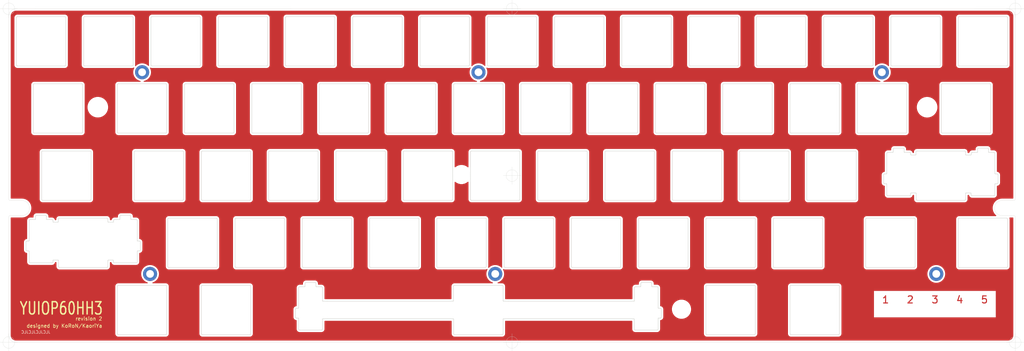
<source format=kicad_pcb>
(kicad_pcb (version 20171130) (host pcbnew "(5.1.9)-1")
  (title_block (title YUIOP60HH3) (date 2021-04-13) (rev 2) (company KaoriYa))
  (layers (0 F.Cu signal) (31 B.Cu signal) (34 B.Paste user) (35 F.Paste user) (36 B.SilkS user) (37 F.SilkS user) (38 B.Mask user) (39 F.Mask user) (44 Edge.Cuts user))
  (net 0 "")
  (module yuiop:TopPlate_Switch_1u (layer F.Cu) (at 79.525 109.525)
    (fp_text reference KSW1 hide)
    (fp_text value ESC hide)
    (fp_line (start -7 -6.7) (end -7 6.7) (layer Edge.Cuts) (width 0.12))
    (fp_line (start -6.7 7) (end 6.7 7) (layer Edge.Cuts) (width 0.12))
    (fp_line (start 7 6.7) (end 7 -6.7) (layer Edge.Cuts) (width 0.12))
    (fp_line (start 6.7 -7) (end -6.7 -7) (layer Edge.Cuts) (width 0.12))
    (fp_arc (start 6.7 6.7) (end 6.7 7) (angle -90) (layer Edge.Cuts) (width 0.12))
    (fp_arc (start -6.7 6.7) (end -7 6.7) (angle -90) (layer Edge.Cuts) (width 0.12))
    (fp_arc (start -6.7 -6.7) (end -6.7 -7) (angle -90) (layer Edge.Cuts) (width 0.12))
    (fp_arc (start 6.7 -6.7) (end 7 -6.7) (angle -90) (layer Edge.Cuts) (width 0.12))
  )
  (module yuiop:TopPlate_Switch_1u (layer F.Cu) (at 98.575 109.525)
    (fp_text reference KSW2 hide)
    (fp_text value 1 hide)
    (fp_line (start -7 -6.7) (end -7 6.7) (layer Edge.Cuts) (width 0.12))
    (fp_line (start -6.7 7) (end 6.7 7) (layer Edge.Cuts) (width 0.12))
    (fp_line (start 7 6.7) (end 7 -6.7) (layer Edge.Cuts) (width 0.12))
    (fp_line (start 6.7 -7) (end -6.7 -7) (layer Edge.Cuts) (width 0.12))
    (fp_arc (start 6.7 6.7) (end 6.7 7) (angle -90) (layer Edge.Cuts) (width 0.12))
    (fp_arc (start -6.7 6.7) (end -7 6.7) (angle -90) (layer Edge.Cuts) (width 0.12))
    (fp_arc (start -6.7 -6.7) (end -6.7 -7) (angle -90) (layer Edge.Cuts) (width 0.12))
    (fp_arc (start 6.7 -6.7) (end 7 -6.7) (angle -90) (layer Edge.Cuts) (width 0.12))
  )
  (module yuiop:TopPlate_Switch_1u (layer F.Cu) (at 117.625 109.525)
    (fp_text reference KSW3 hide)
    (fp_text value 2 hide)
    (fp_line (start -7 -6.7) (end -7 6.7) (layer Edge.Cuts) (width 0.12))
    (fp_line (start -6.7 7) (end 6.7 7) (layer Edge.Cuts) (width 0.12))
    (fp_line (start 7 6.7) (end 7 -6.7) (layer Edge.Cuts) (width 0.12))
    (fp_line (start 6.7 -7) (end -6.7 -7) (layer Edge.Cuts) (width 0.12))
    (fp_arc (start 6.7 6.7) (end 6.7 7) (angle -90) (layer Edge.Cuts) (width 0.12))
    (fp_arc (start -6.7 6.7) (end -7 6.7) (angle -90) (layer Edge.Cuts) (width 0.12))
    (fp_arc (start -6.7 -6.7) (end -6.7 -7) (angle -90) (layer Edge.Cuts) (width 0.12))
    (fp_arc (start 6.7 -6.7) (end 7 -6.7) (angle -90) (layer Edge.Cuts) (width 0.12))
  )
  (module yuiop:TopPlate_Switch_1u (layer F.Cu) (at 136.675 109.525)
    (fp_text reference KSW4 hide)
    (fp_text value 3 hide)
    (fp_line (start -7 -6.7) (end -7 6.7) (layer Edge.Cuts) (width 0.12))
    (fp_line (start -6.7 7) (end 6.7 7) (layer Edge.Cuts) (width 0.12))
    (fp_line (start 7 6.7) (end 7 -6.7) (layer Edge.Cuts) (width 0.12))
    (fp_line (start 6.7 -7) (end -6.7 -7) (layer Edge.Cuts) (width 0.12))
    (fp_arc (start 6.7 6.7) (end 6.7 7) (angle -90) (layer Edge.Cuts) (width 0.12))
    (fp_arc (start -6.7 6.7) (end -7 6.7) (angle -90) (layer Edge.Cuts) (width 0.12))
    (fp_arc (start -6.7 -6.7) (end -6.7 -7) (angle -90) (layer Edge.Cuts) (width 0.12))
    (fp_arc (start 6.7 -6.7) (end 7 -6.7) (angle -90) (layer Edge.Cuts) (width 0.12))
  )
  (module yuiop:TopPlate_Switch_1u (layer F.Cu) (at 155.725 109.525)
    (fp_text reference KSW5 hide)
    (fp_text value 4 hide)
    (fp_line (start -7 -6.7) (end -7 6.7) (layer Edge.Cuts) (width 0.12))
    (fp_line (start -6.7 7) (end 6.7 7) (layer Edge.Cuts) (width 0.12))
    (fp_line (start 7 6.7) (end 7 -6.7) (layer Edge.Cuts) (width 0.12))
    (fp_line (start 6.7 -7) (end -6.7 -7) (layer Edge.Cuts) (width 0.12))
    (fp_arc (start 6.7 6.7) (end 6.7 7) (angle -90) (layer Edge.Cuts) (width 0.12))
    (fp_arc (start -6.7 6.7) (end -7 6.7) (angle -90) (layer Edge.Cuts) (width 0.12))
    (fp_arc (start -6.7 -6.7) (end -6.7 -7) (angle -90) (layer Edge.Cuts) (width 0.12))
    (fp_arc (start 6.7 -6.7) (end 7 -6.7) (angle -90) (layer Edge.Cuts) (width 0.12))
  )
  (module yuiop:TopPlate_Switch_1u (layer F.Cu) (at 174.775 109.525)
    (fp_text reference KSW6 hide)
    (fp_text value 5 hide)
    (fp_line (start -7 -6.7) (end -7 6.7) (layer Edge.Cuts) (width 0.12))
    (fp_line (start -6.7 7) (end 6.7 7) (layer Edge.Cuts) (width 0.12))
    (fp_line (start 7 6.7) (end 7 -6.7) (layer Edge.Cuts) (width 0.12))
    (fp_line (start 6.7 -7) (end -6.7 -7) (layer Edge.Cuts) (width 0.12))
    (fp_arc (start 6.7 6.7) (end 6.7 7) (angle -90) (layer Edge.Cuts) (width 0.12))
    (fp_arc (start -6.7 6.7) (end -7 6.7) (angle -90) (layer Edge.Cuts) (width 0.12))
    (fp_arc (start -6.7 -6.7) (end -6.7 -7) (angle -90) (layer Edge.Cuts) (width 0.12))
    (fp_arc (start 6.7 -6.7) (end 7 -6.7) (angle -90) (layer Edge.Cuts) (width 0.12))
  )
  (module yuiop:TopPlate_Switch_1u (layer F.Cu) (at 193.825 109.525)
    (fp_text reference KSW7 hide)
    (fp_text value 6 hide)
    (fp_line (start -7 -6.7) (end -7 6.7) (layer Edge.Cuts) (width 0.12))
    (fp_line (start -6.7 7) (end 6.7 7) (layer Edge.Cuts) (width 0.12))
    (fp_line (start 7 6.7) (end 7 -6.7) (layer Edge.Cuts) (width 0.12))
    (fp_line (start 6.7 -7) (end -6.7 -7) (layer Edge.Cuts) (width 0.12))
    (fp_arc (start 6.7 6.7) (end 6.7 7) (angle -90) (layer Edge.Cuts) (width 0.12))
    (fp_arc (start -6.7 6.7) (end -7 6.7) (angle -90) (layer Edge.Cuts) (width 0.12))
    (fp_arc (start -6.7 -6.7) (end -6.7 -7) (angle -90) (layer Edge.Cuts) (width 0.12))
    (fp_arc (start 6.7 -6.7) (end 7 -6.7) (angle -90) (layer Edge.Cuts) (width 0.12))
  )
  (module yuiop:TopPlate_Switch_1u (layer F.Cu) (at 212.875 109.525)
    (fp_text reference KSW8 hide)
    (fp_text value 7 hide)
    (fp_line (start -7 -6.7) (end -7 6.7) (layer Edge.Cuts) (width 0.12))
    (fp_line (start -6.7 7) (end 6.7 7) (layer Edge.Cuts) (width 0.12))
    (fp_line (start 7 6.7) (end 7 -6.7) (layer Edge.Cuts) (width 0.12))
    (fp_line (start 6.7 -7) (end -6.7 -7) (layer Edge.Cuts) (width 0.12))
    (fp_arc (start 6.7 6.7) (end 6.7 7) (angle -90) (layer Edge.Cuts) (width 0.12))
    (fp_arc (start -6.7 6.7) (end -7 6.7) (angle -90) (layer Edge.Cuts) (width 0.12))
    (fp_arc (start -6.7 -6.7) (end -6.7 -7) (angle -90) (layer Edge.Cuts) (width 0.12))
    (fp_arc (start 6.7 -6.7) (end 7 -6.7) (angle -90) (layer Edge.Cuts) (width 0.12))
  )
  (module yuiop:TopPlate_Switch_1u (layer F.Cu) (at 231.925 109.525)
    (fp_text reference KSW9 hide)
    (fp_text value 8 hide)
    (fp_line (start -7 -6.7) (end -7 6.7) (layer Edge.Cuts) (width 0.12))
    (fp_line (start -6.7 7) (end 6.7 7) (layer Edge.Cuts) (width 0.12))
    (fp_line (start 7 6.7) (end 7 -6.7) (layer Edge.Cuts) (width 0.12))
    (fp_line (start 6.7 -7) (end -6.7 -7) (layer Edge.Cuts) (width 0.12))
    (fp_arc (start 6.7 6.7) (end 6.7 7) (angle -90) (layer Edge.Cuts) (width 0.12))
    (fp_arc (start -6.7 6.7) (end -7 6.7) (angle -90) (layer Edge.Cuts) (width 0.12))
    (fp_arc (start -6.7 -6.7) (end -6.7 -7) (angle -90) (layer Edge.Cuts) (width 0.12))
    (fp_arc (start 6.7 -6.7) (end 7 -6.7) (angle -90) (layer Edge.Cuts) (width 0.12))
  )
  (module yuiop:TopPlate_Switch_1u (layer F.Cu) (at 250.975 109.525)
    (fp_text reference KSW10 hide)
    (fp_text value 9 hide)
    (fp_line (start -7 -6.7) (end -7 6.7) (layer Edge.Cuts) (width 0.12))
    (fp_line (start -6.7 7) (end 6.7 7) (layer Edge.Cuts) (width 0.12))
    (fp_line (start 7 6.7) (end 7 -6.7) (layer Edge.Cuts) (width 0.12))
    (fp_line (start 6.7 -7) (end -6.7 -7) (layer Edge.Cuts) (width 0.12))
    (fp_arc (start 6.7 6.7) (end 6.7 7) (angle -90) (layer Edge.Cuts) (width 0.12))
    (fp_arc (start -6.7 6.7) (end -7 6.7) (angle -90) (layer Edge.Cuts) (width 0.12))
    (fp_arc (start -6.7 -6.7) (end -6.7 -7) (angle -90) (layer Edge.Cuts) (width 0.12))
    (fp_arc (start 6.7 -6.7) (end 7 -6.7) (angle -90) (layer Edge.Cuts) (width 0.12))
  )
  (module yuiop:TopPlate_Switch_1u (layer F.Cu) (at 270.025 109.525)
    (fp_text reference KSW11 hide)
    (fp_text value 0 hide)
    (fp_line (start -7 -6.7) (end -7 6.7) (layer Edge.Cuts) (width 0.12))
    (fp_line (start -6.7 7) (end 6.7 7) (layer Edge.Cuts) (width 0.12))
    (fp_line (start 7 6.7) (end 7 -6.7) (layer Edge.Cuts) (width 0.12))
    (fp_line (start 6.7 -7) (end -6.7 -7) (layer Edge.Cuts) (width 0.12))
    (fp_arc (start 6.7 6.7) (end 6.7 7) (angle -90) (layer Edge.Cuts) (width 0.12))
    (fp_arc (start -6.7 6.7) (end -7 6.7) (angle -90) (layer Edge.Cuts) (width 0.12))
    (fp_arc (start -6.7 -6.7) (end -6.7 -7) (angle -90) (layer Edge.Cuts) (width 0.12))
    (fp_arc (start 6.7 -6.7) (end 7 -6.7) (angle -90) (layer Edge.Cuts) (width 0.12))
  )
  (module yuiop:TopPlate_Switch_1u (layer F.Cu) (at 289.075 109.525)
    (fp_text reference KSW12 hide)
    (fp_text value "- _" hide)
    (fp_line (start -7 -6.7) (end -7 6.7) (layer Edge.Cuts) (width 0.12))
    (fp_line (start -6.7 7) (end 6.7 7) (layer Edge.Cuts) (width 0.12))
    (fp_line (start 7 6.7) (end 7 -6.7) (layer Edge.Cuts) (width 0.12))
    (fp_line (start 6.7 -7) (end -6.7 -7) (layer Edge.Cuts) (width 0.12))
    (fp_arc (start 6.7 6.7) (end 6.7 7) (angle -90) (layer Edge.Cuts) (width 0.12))
    (fp_arc (start -6.7 6.7) (end -7 6.7) (angle -90) (layer Edge.Cuts) (width 0.12))
    (fp_arc (start -6.7 -6.7) (end -6.7 -7) (angle -90) (layer Edge.Cuts) (width 0.12))
    (fp_arc (start 6.7 -6.7) (end 7 -6.7) (angle -90) (layer Edge.Cuts) (width 0.12))
  )
  (module yuiop:TopPlate_Switch_1u (layer F.Cu) (at 308.125 109.525)
    (fp_text reference KSW13 hide)
    (fp_text value "= +" hide)
    (fp_line (start -7 -6.7) (end -7 6.7) (layer Edge.Cuts) (width 0.12))
    (fp_line (start -6.7 7) (end 6.7 7) (layer Edge.Cuts) (width 0.12))
    (fp_line (start 7 6.7) (end 7 -6.7) (layer Edge.Cuts) (width 0.12))
    (fp_line (start 6.7 -7) (end -6.7 -7) (layer Edge.Cuts) (width 0.12))
    (fp_arc (start 6.7 6.7) (end 6.7 7) (angle -90) (layer Edge.Cuts) (width 0.12))
    (fp_arc (start -6.7 6.7) (end -7 6.7) (angle -90) (layer Edge.Cuts) (width 0.12))
    (fp_arc (start -6.7 -6.7) (end -6.7 -7) (angle -90) (layer Edge.Cuts) (width 0.12))
    (fp_arc (start 6.7 -6.7) (end 7 -6.7) (angle -90) (layer Edge.Cuts) (width 0.12))
  )
  (module yuiop:TopPlate_Switch_1u (layer F.Cu) (at 346.225 109.525)
    (fp_text reference KSW15 hide)
    (fp_text value "` ~~" hide)
    (fp_line (start -7 -6.7) (end -7 6.7) (layer Edge.Cuts) (width 0.12))
    (fp_line (start -6.7 7) (end 6.7 7) (layer Edge.Cuts) (width 0.12))
    (fp_line (start 7 6.7) (end 7 -6.7) (layer Edge.Cuts) (width 0.12))
    (fp_line (start 6.7 -7) (end -6.7 -7) (layer Edge.Cuts) (width 0.12))
    (fp_arc (start 6.7 6.7) (end 6.7 7) (angle -90) (layer Edge.Cuts) (width 0.12))
    (fp_arc (start -6.7 6.7) (end -7 6.7) (angle -90) (layer Edge.Cuts) (width 0.12))
    (fp_arc (start -6.7 -6.7) (end -6.7 -7) (angle -90) (layer Edge.Cuts) (width 0.12))
    (fp_arc (start 6.7 -6.7) (end 7 -6.7) (angle -90) (layer Edge.Cuts) (width 0.12))
  )
  (module yuiop:TopPlate_Switch_1u (layer F.Cu) (at 84.2875 128.575)
    (fp_text reference KSW16 hide)
    (fp_text value Tab hide)
    (fp_line (start -7 -6.7) (end -7 6.7) (layer Edge.Cuts) (width 0.12))
    (fp_line (start -6.7 7) (end 6.7 7) (layer Edge.Cuts) (width 0.12))
    (fp_line (start 7 6.7) (end 7 -6.7) (layer Edge.Cuts) (width 0.12))
    (fp_line (start 6.7 -7) (end -6.7 -7) (layer Edge.Cuts) (width 0.12))
    (fp_arc (start 6.7 6.7) (end 6.7 7) (angle -90) (layer Edge.Cuts) (width 0.12))
    (fp_arc (start -6.7 6.7) (end -7 6.7) (angle -90) (layer Edge.Cuts) (width 0.12))
    (fp_arc (start -6.7 -6.7) (end -6.7 -7) (angle -90) (layer Edge.Cuts) (width 0.12))
    (fp_arc (start 6.7 -6.7) (end 7 -6.7) (angle -90) (layer Edge.Cuts) (width 0.12))
  )
  (module yuiop:TopPlate_Switch_1u (layer F.Cu) (at 108.1 128.575)
    (fp_text reference KSW17 hide)
    (fp_text value Q hide)
    (fp_line (start -7 -6.7) (end -7 6.7) (layer Edge.Cuts) (width 0.12))
    (fp_line (start -6.7 7) (end 6.7 7) (layer Edge.Cuts) (width 0.12))
    (fp_line (start 7 6.7) (end 7 -6.7) (layer Edge.Cuts) (width 0.12))
    (fp_line (start 6.7 -7) (end -6.7 -7) (layer Edge.Cuts) (width 0.12))
    (fp_arc (start 6.7 6.7) (end 6.7 7) (angle -90) (layer Edge.Cuts) (width 0.12))
    (fp_arc (start -6.7 6.7) (end -7 6.7) (angle -90) (layer Edge.Cuts) (width 0.12))
    (fp_arc (start -6.7 -6.7) (end -6.7 -7) (angle -90) (layer Edge.Cuts) (width 0.12))
    (fp_arc (start 6.7 -6.7) (end 7 -6.7) (angle -90) (layer Edge.Cuts) (width 0.12))
  )
  (module yuiop:TopPlate_Switch_1u (layer F.Cu) (at 127.15 128.575)
    (fp_text reference KSW18 hide)
    (fp_text value W hide)
    (fp_line (start -7 -6.7) (end -7 6.7) (layer Edge.Cuts) (width 0.12))
    (fp_line (start -6.7 7) (end 6.7 7) (layer Edge.Cuts) (width 0.12))
    (fp_line (start 7 6.7) (end 7 -6.7) (layer Edge.Cuts) (width 0.12))
    (fp_line (start 6.7 -7) (end -6.7 -7) (layer Edge.Cuts) (width 0.12))
    (fp_arc (start 6.7 6.7) (end 6.7 7) (angle -90) (layer Edge.Cuts) (width 0.12))
    (fp_arc (start -6.7 6.7) (end -7 6.7) (angle -90) (layer Edge.Cuts) (width 0.12))
    (fp_arc (start -6.7 -6.7) (end -6.7 -7) (angle -90) (layer Edge.Cuts) (width 0.12))
    (fp_arc (start 6.7 -6.7) (end 7 -6.7) (angle -90) (layer Edge.Cuts) (width 0.12))
  )
  (module yuiop:TopPlate_Switch_1u (layer F.Cu) (at 146.2 128.575)
    (fp_text reference KSW19 hide)
    (fp_text value E hide)
    (fp_line (start -7 -6.7) (end -7 6.7) (layer Edge.Cuts) (width 0.12))
    (fp_line (start -6.7 7) (end 6.7 7) (layer Edge.Cuts) (width 0.12))
    (fp_line (start 7 6.7) (end 7 -6.7) (layer Edge.Cuts) (width 0.12))
    (fp_line (start 6.7 -7) (end -6.7 -7) (layer Edge.Cuts) (width 0.12))
    (fp_arc (start 6.7 6.7) (end 6.7 7) (angle -90) (layer Edge.Cuts) (width 0.12))
    (fp_arc (start -6.7 6.7) (end -7 6.7) (angle -90) (layer Edge.Cuts) (width 0.12))
    (fp_arc (start -6.7 -6.7) (end -6.7 -7) (angle -90) (layer Edge.Cuts) (width 0.12))
    (fp_arc (start 6.7 -6.7) (end 7 -6.7) (angle -90) (layer Edge.Cuts) (width 0.12))
  )
  (module yuiop:TopPlate_Switch_1u (layer F.Cu) (at 165.25 128.575)
    (fp_text reference KSW20 hide)
    (fp_text value R hide)
    (fp_line (start -7 -6.7) (end -7 6.7) (layer Edge.Cuts) (width 0.12))
    (fp_line (start -6.7 7) (end 6.7 7) (layer Edge.Cuts) (width 0.12))
    (fp_line (start 7 6.7) (end 7 -6.7) (layer Edge.Cuts) (width 0.12))
    (fp_line (start 6.7 -7) (end -6.7 -7) (layer Edge.Cuts) (width 0.12))
    (fp_arc (start 6.7 6.7) (end 6.7 7) (angle -90) (layer Edge.Cuts) (width 0.12))
    (fp_arc (start -6.7 6.7) (end -7 6.7) (angle -90) (layer Edge.Cuts) (width 0.12))
    (fp_arc (start -6.7 -6.7) (end -6.7 -7) (angle -90) (layer Edge.Cuts) (width 0.12))
    (fp_arc (start 6.7 -6.7) (end 7 -6.7) (angle -90) (layer Edge.Cuts) (width 0.12))
  )
  (module yuiop:TopPlate_Switch_1u (layer F.Cu) (at 184.3 128.575)
    (fp_text reference KSW21 hide)
    (fp_text value T hide)
    (fp_line (start -7 -6.7) (end -7 6.7) (layer Edge.Cuts) (width 0.12))
    (fp_line (start -6.7 7) (end 6.7 7) (layer Edge.Cuts) (width 0.12))
    (fp_line (start 7 6.7) (end 7 -6.7) (layer Edge.Cuts) (width 0.12))
    (fp_line (start 6.7 -7) (end -6.7 -7) (layer Edge.Cuts) (width 0.12))
    (fp_arc (start 6.7 6.7) (end 6.7 7) (angle -90) (layer Edge.Cuts) (width 0.12))
    (fp_arc (start -6.7 6.7) (end -7 6.7) (angle -90) (layer Edge.Cuts) (width 0.12))
    (fp_arc (start -6.7 -6.7) (end -6.7 -7) (angle -90) (layer Edge.Cuts) (width 0.12))
    (fp_arc (start 6.7 -6.7) (end 7 -6.7) (angle -90) (layer Edge.Cuts) (width 0.12))
  )
  (module yuiop:TopPlate_Switch_1u (layer F.Cu) (at 203.35 128.575)
    (fp_text reference KSW22 hide)
    (fp_text value Y hide)
    (fp_line (start -7 -6.7) (end -7 6.7) (layer Edge.Cuts) (width 0.12))
    (fp_line (start -6.7 7) (end 6.7 7) (layer Edge.Cuts) (width 0.12))
    (fp_line (start 7 6.7) (end 7 -6.7) (layer Edge.Cuts) (width 0.12))
    (fp_line (start 6.7 -7) (end -6.7 -7) (layer Edge.Cuts) (width 0.12))
    (fp_arc (start 6.7 6.7) (end 6.7 7) (angle -90) (layer Edge.Cuts) (width 0.12))
    (fp_arc (start -6.7 6.7) (end -7 6.7) (angle -90) (layer Edge.Cuts) (width 0.12))
    (fp_arc (start -6.7 -6.7) (end -6.7 -7) (angle -90) (layer Edge.Cuts) (width 0.12))
    (fp_arc (start 6.7 -6.7) (end 7 -6.7) (angle -90) (layer Edge.Cuts) (width 0.12))
  )
  (module yuiop:TopPlate_Switch_1u (layer F.Cu) (at 222.4 128.575)
    (fp_text reference KSW23 hide)
    (fp_text value U hide)
    (fp_line (start -7 -6.7) (end -7 6.7) (layer Edge.Cuts) (width 0.12))
    (fp_line (start -6.7 7) (end 6.7 7) (layer Edge.Cuts) (width 0.12))
    (fp_line (start 7 6.7) (end 7 -6.7) (layer Edge.Cuts) (width 0.12))
    (fp_line (start 6.7 -7) (end -6.7 -7) (layer Edge.Cuts) (width 0.12))
    (fp_arc (start 6.7 6.7) (end 6.7 7) (angle -90) (layer Edge.Cuts) (width 0.12))
    (fp_arc (start -6.7 6.7) (end -7 6.7) (angle -90) (layer Edge.Cuts) (width 0.12))
    (fp_arc (start -6.7 -6.7) (end -6.7 -7) (angle -90) (layer Edge.Cuts) (width 0.12))
    (fp_arc (start 6.7 -6.7) (end 7 -6.7) (angle -90) (layer Edge.Cuts) (width 0.12))
  )
  (module yuiop:TopPlate_Switch_1u (layer F.Cu) (at 241.45 128.575)
    (fp_text reference KSW24 hide)
    (fp_text value I hide)
    (fp_line (start -7 -6.7) (end -7 6.7) (layer Edge.Cuts) (width 0.12))
    (fp_line (start -6.7 7) (end 6.7 7) (layer Edge.Cuts) (width 0.12))
    (fp_line (start 7 6.7) (end 7 -6.7) (layer Edge.Cuts) (width 0.12))
    (fp_line (start 6.7 -7) (end -6.7 -7) (layer Edge.Cuts) (width 0.12))
    (fp_arc (start 6.7 6.7) (end 6.7 7) (angle -90) (layer Edge.Cuts) (width 0.12))
    (fp_arc (start -6.7 6.7) (end -7 6.7) (angle -90) (layer Edge.Cuts) (width 0.12))
    (fp_arc (start -6.7 -6.7) (end -6.7 -7) (angle -90) (layer Edge.Cuts) (width 0.12))
    (fp_arc (start 6.7 -6.7) (end 7 -6.7) (angle -90) (layer Edge.Cuts) (width 0.12))
  )
  (module yuiop:TopPlate_Switch_1u (layer F.Cu) (at 260.5 128.575)
    (fp_text reference KSW25 hide)
    (fp_text value O hide)
    (fp_line (start -7 -6.7) (end -7 6.7) (layer Edge.Cuts) (width 0.12))
    (fp_line (start -6.7 7) (end 6.7 7) (layer Edge.Cuts) (width 0.12))
    (fp_line (start 7 6.7) (end 7 -6.7) (layer Edge.Cuts) (width 0.12))
    (fp_line (start 6.7 -7) (end -6.7 -7) (layer Edge.Cuts) (width 0.12))
    (fp_arc (start 6.7 6.7) (end 6.7 7) (angle -90) (layer Edge.Cuts) (width 0.12))
    (fp_arc (start -6.7 6.7) (end -7 6.7) (angle -90) (layer Edge.Cuts) (width 0.12))
    (fp_arc (start -6.7 -6.7) (end -6.7 -7) (angle -90) (layer Edge.Cuts) (width 0.12))
    (fp_arc (start 6.7 -6.7) (end 7 -6.7) (angle -90) (layer Edge.Cuts) (width 0.12))
  )
  (module yuiop:TopPlate_Switch_1u (layer F.Cu) (at 279.55 128.575)
    (fp_text reference KSW26 hide)
    (fp_text value P hide)
    (fp_line (start -7 -6.7) (end -7 6.7) (layer Edge.Cuts) (width 0.12))
    (fp_line (start -6.7 7) (end 6.7 7) (layer Edge.Cuts) (width 0.12))
    (fp_line (start 7 6.7) (end 7 -6.7) (layer Edge.Cuts) (width 0.12))
    (fp_line (start 6.7 -7) (end -6.7 -7) (layer Edge.Cuts) (width 0.12))
    (fp_arc (start 6.7 6.7) (end 6.7 7) (angle -90) (layer Edge.Cuts) (width 0.12))
    (fp_arc (start -6.7 6.7) (end -7 6.7) (angle -90) (layer Edge.Cuts) (width 0.12))
    (fp_arc (start -6.7 -6.7) (end -6.7 -7) (angle -90) (layer Edge.Cuts) (width 0.12))
    (fp_arc (start 6.7 -6.7) (end 7 -6.7) (angle -90) (layer Edge.Cuts) (width 0.12))
  )
  (module yuiop:TopPlate_Switch_1u (layer F.Cu) (at 298.6 128.575)
    (fp_text reference KSW27 hide)
    (fp_text value "[ {" hide)
    (fp_line (start -7 -6.7) (end -7 6.7) (layer Edge.Cuts) (width 0.12))
    (fp_line (start -6.7 7) (end 6.7 7) (layer Edge.Cuts) (width 0.12))
    (fp_line (start 7 6.7) (end 7 -6.7) (layer Edge.Cuts) (width 0.12))
    (fp_line (start 6.7 -7) (end -6.7 -7) (layer Edge.Cuts) (width 0.12))
    (fp_arc (start 6.7 6.7) (end 6.7 7) (angle -90) (layer Edge.Cuts) (width 0.12))
    (fp_arc (start -6.7 6.7) (end -7 6.7) (angle -90) (layer Edge.Cuts) (width 0.12))
    (fp_arc (start -6.7 -6.7) (end -6.7 -7) (angle -90) (layer Edge.Cuts) (width 0.12))
    (fp_arc (start 6.7 -6.7) (end 7 -6.7) (angle -90) (layer Edge.Cuts) (width 0.12))
  )
  (module yuiop:TopPlate_Switch_1u (layer F.Cu) (at 317.65 128.575)
    (fp_text reference KSW28 hide)
    (fp_text value "] }" hide)
    (fp_line (start -7 -6.7) (end -7 6.7) (layer Edge.Cuts) (width 0.12))
    (fp_line (start -6.7 7) (end 6.7 7) (layer Edge.Cuts) (width 0.12))
    (fp_line (start 7 6.7) (end 7 -6.7) (layer Edge.Cuts) (width 0.12))
    (fp_line (start 6.7 -7) (end -6.7 -7) (layer Edge.Cuts) (width 0.12))
    (fp_arc (start 6.7 6.7) (end 6.7 7) (angle -90) (layer Edge.Cuts) (width 0.12))
    (fp_arc (start -6.7 6.7) (end -7 6.7) (angle -90) (layer Edge.Cuts) (width 0.12))
    (fp_arc (start -6.7 -6.7) (end -6.7 -7) (angle -90) (layer Edge.Cuts) (width 0.12))
    (fp_arc (start 6.7 -6.7) (end 7 -6.7) (angle -90) (layer Edge.Cuts) (width 0.12))
  )
  (module yuiop:TopPlate_Switch_1u (layer F.Cu) (at 341.462 128.575)
    (fp_text reference KSW29 hide)
    (fp_text value Delete hide)
    (fp_line (start -7 -6.7) (end -7 6.7) (layer Edge.Cuts) (width 0.12))
    (fp_line (start -6.7 7) (end 6.7 7) (layer Edge.Cuts) (width 0.12))
    (fp_line (start 7 6.7) (end 7 -6.7) (layer Edge.Cuts) (width 0.12))
    (fp_line (start 6.7 -7) (end -6.7 -7) (layer Edge.Cuts) (width 0.12))
    (fp_arc (start 6.7 6.7) (end 6.7 7) (angle -90) (layer Edge.Cuts) (width 0.12))
    (fp_arc (start -6.7 6.7) (end -7 6.7) (angle -90) (layer Edge.Cuts) (width 0.12))
    (fp_arc (start -6.7 -6.7) (end -6.7 -7) (angle -90) (layer Edge.Cuts) (width 0.12))
    (fp_arc (start 6.7 -6.7) (end 7 -6.7) (angle -90) (layer Edge.Cuts) (width 0.12))
  )
  (module yuiop:TopPlate_Switch_1u (layer F.Cu) (at 86.6688 147.625)
    (fp_text reference KSW30 hide)
    (fp_text value Ctrl hide)
    (fp_line (start -7 -6.7) (end -7 6.7) (layer Edge.Cuts) (width 0.12))
    (fp_line (start -6.7 7) (end 6.7 7) (layer Edge.Cuts) (width 0.12))
    (fp_line (start 7 6.7) (end 7 -6.7) (layer Edge.Cuts) (width 0.12))
    (fp_line (start 6.7 -7) (end -6.7 -7) (layer Edge.Cuts) (width 0.12))
    (fp_arc (start 6.7 6.7) (end 6.7 7) (angle -90) (layer Edge.Cuts) (width 0.12))
    (fp_arc (start -6.7 6.7) (end -7 6.7) (angle -90) (layer Edge.Cuts) (width 0.12))
    (fp_arc (start -6.7 -6.7) (end -6.7 -7) (angle -90) (layer Edge.Cuts) (width 0.12))
    (fp_arc (start 6.7 -6.7) (end 7 -6.7) (angle -90) (layer Edge.Cuts) (width 0.12))
  )
  (module yuiop:TopPlate_Switch_1u (layer F.Cu) (at 112.862 147.625)
    (fp_text reference KSW31 hide)
    (fp_text value A hide)
    (fp_line (start -7 -6.7) (end -7 6.7) (layer Edge.Cuts) (width 0.12))
    (fp_line (start -6.7 7) (end 6.7 7) (layer Edge.Cuts) (width 0.12))
    (fp_line (start 7 6.7) (end 7 -6.7) (layer Edge.Cuts) (width 0.12))
    (fp_line (start 6.7 -7) (end -6.7 -7) (layer Edge.Cuts) (width 0.12))
    (fp_arc (start 6.7 6.7) (end 6.7 7) (angle -90) (layer Edge.Cuts) (width 0.12))
    (fp_arc (start -6.7 6.7) (end -7 6.7) (angle -90) (layer Edge.Cuts) (width 0.12))
    (fp_arc (start -6.7 -6.7) (end -6.7 -7) (angle -90) (layer Edge.Cuts) (width 0.12))
    (fp_arc (start 6.7 -6.7) (end 7 -6.7) (angle -90) (layer Edge.Cuts) (width 0.12))
  )
  (module yuiop:TopPlate_Switch_1u (layer F.Cu) (at 131.912 147.625)
    (fp_text reference KSW32 hide)
    (fp_text value S hide)
    (fp_line (start -7 -6.7) (end -7 6.7) (layer Edge.Cuts) (width 0.12))
    (fp_line (start -6.7 7) (end 6.7 7) (layer Edge.Cuts) (width 0.12))
    (fp_line (start 7 6.7) (end 7 -6.7) (layer Edge.Cuts) (width 0.12))
    (fp_line (start 6.7 -7) (end -6.7 -7) (layer Edge.Cuts) (width 0.12))
    (fp_arc (start 6.7 6.7) (end 6.7 7) (angle -90) (layer Edge.Cuts) (width 0.12))
    (fp_arc (start -6.7 6.7) (end -7 6.7) (angle -90) (layer Edge.Cuts) (width 0.12))
    (fp_arc (start -6.7 -6.7) (end -6.7 -7) (angle -90) (layer Edge.Cuts) (width 0.12))
    (fp_arc (start 6.7 -6.7) (end 7 -6.7) (angle -90) (layer Edge.Cuts) (width 0.12))
  )
  (module yuiop:TopPlate_Switch_1u (layer F.Cu) (at 150.962 147.625)
    (fp_text reference KSW33 hide)
    (fp_text value D hide)
    (fp_line (start -7 -6.7) (end -7 6.7) (layer Edge.Cuts) (width 0.12))
    (fp_line (start -6.7 7) (end 6.7 7) (layer Edge.Cuts) (width 0.12))
    (fp_line (start 7 6.7) (end 7 -6.7) (layer Edge.Cuts) (width 0.12))
    (fp_line (start 6.7 -7) (end -6.7 -7) (layer Edge.Cuts) (width 0.12))
    (fp_arc (start 6.7 6.7) (end 6.7 7) (angle -90) (layer Edge.Cuts) (width 0.12))
    (fp_arc (start -6.7 6.7) (end -7 6.7) (angle -90) (layer Edge.Cuts) (width 0.12))
    (fp_arc (start -6.7 -6.7) (end -6.7 -7) (angle -90) (layer Edge.Cuts) (width 0.12))
    (fp_arc (start 6.7 -6.7) (end 7 -6.7) (angle -90) (layer Edge.Cuts) (width 0.12))
  )
  (module yuiop:TopPlate_Switch_1u (layer F.Cu) (at 170.012 147.625)
    (fp_text reference KSW34 hide)
    (fp_text value F hide)
    (fp_line (start -7 -6.7) (end -7 6.7) (layer Edge.Cuts) (width 0.12))
    (fp_line (start -6.7 7) (end 6.7 7) (layer Edge.Cuts) (width 0.12))
    (fp_line (start 7 6.7) (end 7 -6.7) (layer Edge.Cuts) (width 0.12))
    (fp_line (start 6.7 -7) (end -6.7 -7) (layer Edge.Cuts) (width 0.12))
    (fp_arc (start 6.7 6.7) (end 6.7 7) (angle -90) (layer Edge.Cuts) (width 0.12))
    (fp_arc (start -6.7 6.7) (end -7 6.7) (angle -90) (layer Edge.Cuts) (width 0.12))
    (fp_arc (start -6.7 -6.7) (end -6.7 -7) (angle -90) (layer Edge.Cuts) (width 0.12))
    (fp_arc (start 6.7 -6.7) (end 7 -6.7) (angle -90) (layer Edge.Cuts) (width 0.12))
  )
  (module yuiop:TopPlate_Switch_1u (layer F.Cu) (at 189.062 147.625 180)
    (fp_text reference KSW35 hide)
    (fp_text value G hide)
    (fp_line (start -7 -6.7) (end -7 6.7) (layer Edge.Cuts) (width 0.12))
    (fp_line (start -6.7 7) (end 6.7 7) (layer Edge.Cuts) (width 0.12))
    (fp_line (start 7 6.7) (end 7 -6.7) (layer Edge.Cuts) (width 0.12))
    (fp_line (start 6.7 -7) (end -6.7 -7) (layer Edge.Cuts) (width 0.12))
    (fp_arc (start 6.7 6.7) (end 6.7 7) (angle -90) (layer Edge.Cuts) (width 0.12))
    (fp_arc (start -6.7 6.7) (end -7 6.7) (angle -90) (layer Edge.Cuts) (width 0.12))
    (fp_arc (start -6.7 -6.7) (end -6.7 -7) (angle -90) (layer Edge.Cuts) (width 0.12))
    (fp_arc (start 6.7 -6.7) (end 7 -6.7) (angle -90) (layer Edge.Cuts) (width 0.12))
  )
  (module yuiop:TopPlate_Switch_1u (layer F.Cu) (at 208.112 147.625)
    (fp_text reference KSW36 hide)
    (fp_text value H hide)
    (fp_line (start -7 -6.7) (end -7 6.7) (layer Edge.Cuts) (width 0.12))
    (fp_line (start -6.7 7) (end 6.7 7) (layer Edge.Cuts) (width 0.12))
    (fp_line (start 7 6.7) (end 7 -6.7) (layer Edge.Cuts) (width 0.12))
    (fp_line (start 6.7 -7) (end -6.7 -7) (layer Edge.Cuts) (width 0.12))
    (fp_arc (start 6.7 6.7) (end 6.7 7) (angle -90) (layer Edge.Cuts) (width 0.12))
    (fp_arc (start -6.7 6.7) (end -7 6.7) (angle -90) (layer Edge.Cuts) (width 0.12))
    (fp_arc (start -6.7 -6.7) (end -6.7 -7) (angle -90) (layer Edge.Cuts) (width 0.12))
    (fp_arc (start 6.7 -6.7) (end 7 -6.7) (angle -90) (layer Edge.Cuts) (width 0.12))
  )
  (module yuiop:TopPlate_Switch_1u (layer F.Cu) (at 227.162 147.625)
    (fp_text reference KSW37 hide)
    (fp_text value J hide)
    (fp_line (start -7 -6.7) (end -7 6.7) (layer Edge.Cuts) (width 0.12))
    (fp_line (start -6.7 7) (end 6.7 7) (layer Edge.Cuts) (width 0.12))
    (fp_line (start 7 6.7) (end 7 -6.7) (layer Edge.Cuts) (width 0.12))
    (fp_line (start 6.7 -7) (end -6.7 -7) (layer Edge.Cuts) (width 0.12))
    (fp_arc (start 6.7 6.7) (end 6.7 7) (angle -90) (layer Edge.Cuts) (width 0.12))
    (fp_arc (start -6.7 6.7) (end -7 6.7) (angle -90) (layer Edge.Cuts) (width 0.12))
    (fp_arc (start -6.7 -6.7) (end -6.7 -7) (angle -90) (layer Edge.Cuts) (width 0.12))
    (fp_arc (start 6.7 -6.7) (end 7 -6.7) (angle -90) (layer Edge.Cuts) (width 0.12))
  )
  (module yuiop:TopPlate_Switch_1u (layer F.Cu) (at 246.212 147.625)
    (fp_text reference KSW38 hide)
    (fp_text value K hide)
    (fp_line (start -7 -6.7) (end -7 6.7) (layer Edge.Cuts) (width 0.12))
    (fp_line (start -6.7 7) (end 6.7 7) (layer Edge.Cuts) (width 0.12))
    (fp_line (start 7 6.7) (end 7 -6.7) (layer Edge.Cuts) (width 0.12))
    (fp_line (start 6.7 -7) (end -6.7 -7) (layer Edge.Cuts) (width 0.12))
    (fp_arc (start 6.7 6.7) (end 6.7 7) (angle -90) (layer Edge.Cuts) (width 0.12))
    (fp_arc (start -6.7 6.7) (end -7 6.7) (angle -90) (layer Edge.Cuts) (width 0.12))
    (fp_arc (start -6.7 -6.7) (end -6.7 -7) (angle -90) (layer Edge.Cuts) (width 0.12))
    (fp_arc (start 6.7 -6.7) (end 7 -6.7) (angle -90) (layer Edge.Cuts) (width 0.12))
  )
  (module yuiop:TopPlate_Switch_1u (layer F.Cu) (at 265.262 147.625)
    (fp_text reference KSW39 hide)
    (fp_text value L hide)
    (fp_line (start -7 -6.7) (end -7 6.7) (layer Edge.Cuts) (width 0.12))
    (fp_line (start -6.7 7) (end 6.7 7) (layer Edge.Cuts) (width 0.12))
    (fp_line (start 7 6.7) (end 7 -6.7) (layer Edge.Cuts) (width 0.12))
    (fp_line (start 6.7 -7) (end -6.7 -7) (layer Edge.Cuts) (width 0.12))
    (fp_arc (start 6.7 6.7) (end 6.7 7) (angle -90) (layer Edge.Cuts) (width 0.12))
    (fp_arc (start -6.7 6.7) (end -7 6.7) (angle -90) (layer Edge.Cuts) (width 0.12))
    (fp_arc (start -6.7 -6.7) (end -6.7 -7) (angle -90) (layer Edge.Cuts) (width 0.12))
    (fp_arc (start 6.7 -6.7) (end 7 -6.7) (angle -90) (layer Edge.Cuts) (width 0.12))
  )
  (module yuiop:TopPlate_Switch_1u (layer F.Cu) (at 284.312 147.625)
    (fp_text reference KSW40 hide)
    (fp_text value "; :" hide)
    (fp_line (start -7 -6.7) (end -7 6.7) (layer Edge.Cuts) (width 0.12))
    (fp_line (start -6.7 7) (end 6.7 7) (layer Edge.Cuts) (width 0.12))
    (fp_line (start 7 6.7) (end 7 -6.7) (layer Edge.Cuts) (width 0.12))
    (fp_line (start 6.7 -7) (end -6.7 -7) (layer Edge.Cuts) (width 0.12))
    (fp_arc (start 6.7 6.7) (end 6.7 7) (angle -90) (layer Edge.Cuts) (width 0.12))
    (fp_arc (start -6.7 6.7) (end -7 6.7) (angle -90) (layer Edge.Cuts) (width 0.12))
    (fp_arc (start -6.7 -6.7) (end -6.7 -7) (angle -90) (layer Edge.Cuts) (width 0.12))
    (fp_arc (start 6.7 -6.7) (end 7 -6.7) (angle -90) (layer Edge.Cuts) (width 0.12))
  )
  (module yuiop:TopPlate_Switch_1u (layer F.Cu) (at 303.362 147.625)
    (fp_text reference KSW41 hide)
    (fp_text value "' \"" hide)
    (fp_line (start -7 -6.7) (end -7 6.7) (layer Edge.Cuts) (width 0.12))
    (fp_line (start -6.7 7) (end 6.7 7) (layer Edge.Cuts) (width 0.12))
    (fp_line (start 7 6.7) (end 7 -6.7) (layer Edge.Cuts) (width 0.12))
    (fp_line (start 6.7 -7) (end -6.7 -7) (layer Edge.Cuts) (width 0.12))
    (fp_arc (start 6.7 6.7) (end 6.7 7) (angle -90) (layer Edge.Cuts) (width 0.12))
    (fp_arc (start -6.7 6.7) (end -7 6.7) (angle -90) (layer Edge.Cuts) (width 0.12))
    (fp_arc (start -6.7 -6.7) (end -6.7 -7) (angle -90) (layer Edge.Cuts) (width 0.12))
    (fp_arc (start 6.7 -6.7) (end 7 -6.7) (angle -90) (layer Edge.Cuts) (width 0.12))
  )
  (module yuiop:TopPlate_Switch_1u (layer F.Cu) (at 122.388 166.675)
    (fp_text reference KSW44 hide)
    (fp_text value Z hide)
    (fp_line (start -7 -6.7) (end -7 6.7) (layer Edge.Cuts) (width 0.12))
    (fp_line (start -6.7 7) (end 6.7 7) (layer Edge.Cuts) (width 0.12))
    (fp_line (start 7 6.7) (end 7 -6.7) (layer Edge.Cuts) (width 0.12))
    (fp_line (start 6.7 -7) (end -6.7 -7) (layer Edge.Cuts) (width 0.12))
    (fp_arc (start 6.7 6.7) (end 6.7 7) (angle -90) (layer Edge.Cuts) (width 0.12))
    (fp_arc (start -6.7 6.7) (end -7 6.7) (angle -90) (layer Edge.Cuts) (width 0.12))
    (fp_arc (start -6.7 -6.7) (end -6.7 -7) (angle -90) (layer Edge.Cuts) (width 0.12))
    (fp_arc (start 6.7 -6.7) (end 7 -6.7) (angle -90) (layer Edge.Cuts) (width 0.12))
  )
  (module yuiop:TopPlate_Switch_1u (layer F.Cu) (at 141.438 166.675)
    (fp_text reference KSW45 hide)
    (fp_text value X hide)
    (fp_line (start -7 -6.7) (end -7 6.7) (layer Edge.Cuts) (width 0.12))
    (fp_line (start -6.7 7) (end 6.7 7) (layer Edge.Cuts) (width 0.12))
    (fp_line (start 7 6.7) (end 7 -6.7) (layer Edge.Cuts) (width 0.12))
    (fp_line (start 6.7 -7) (end -6.7 -7) (layer Edge.Cuts) (width 0.12))
    (fp_arc (start 6.7 6.7) (end 6.7 7) (angle -90) (layer Edge.Cuts) (width 0.12))
    (fp_arc (start -6.7 6.7) (end -7 6.7) (angle -90) (layer Edge.Cuts) (width 0.12))
    (fp_arc (start -6.7 -6.7) (end -6.7 -7) (angle -90) (layer Edge.Cuts) (width 0.12))
    (fp_arc (start 6.7 -6.7) (end 7 -6.7) (angle -90) (layer Edge.Cuts) (width 0.12))
  )
  (module yuiop:TopPlate_Switch_1u (layer F.Cu) (at 160.488 166.675)
    (fp_text reference KSW46 hide)
    (fp_text value C hide)
    (fp_line (start -7 -6.7) (end -7 6.7) (layer Edge.Cuts) (width 0.12))
    (fp_line (start -6.7 7) (end 6.7 7) (layer Edge.Cuts) (width 0.12))
    (fp_line (start 7 6.7) (end 7 -6.7) (layer Edge.Cuts) (width 0.12))
    (fp_line (start 6.7 -7) (end -6.7 -7) (layer Edge.Cuts) (width 0.12))
    (fp_arc (start 6.7 6.7) (end 6.7 7) (angle -90) (layer Edge.Cuts) (width 0.12))
    (fp_arc (start -6.7 6.7) (end -7 6.7) (angle -90) (layer Edge.Cuts) (width 0.12))
    (fp_arc (start -6.7 -6.7) (end -6.7 -7) (angle -90) (layer Edge.Cuts) (width 0.12))
    (fp_arc (start 6.7 -6.7) (end 7 -6.7) (angle -90) (layer Edge.Cuts) (width 0.12))
  )
  (module yuiop:TopPlate_Switch_1u (layer F.Cu) (at 179.538 166.675)
    (fp_text reference KSW47 hide)
    (fp_text value V hide)
    (fp_line (start -7 -6.7) (end -7 6.7) (layer Edge.Cuts) (width 0.12))
    (fp_line (start -6.7 7) (end 6.7 7) (layer Edge.Cuts) (width 0.12))
    (fp_line (start 7 6.7) (end 7 -6.7) (layer Edge.Cuts) (width 0.12))
    (fp_line (start 6.7 -7) (end -6.7 -7) (layer Edge.Cuts) (width 0.12))
    (fp_arc (start 6.7 6.7) (end 6.7 7) (angle -90) (layer Edge.Cuts) (width 0.12))
    (fp_arc (start -6.7 6.7) (end -7 6.7) (angle -90) (layer Edge.Cuts) (width 0.12))
    (fp_arc (start -6.7 -6.7) (end -6.7 -7) (angle -90) (layer Edge.Cuts) (width 0.12))
    (fp_arc (start 6.7 -6.7) (end 7 -6.7) (angle -90) (layer Edge.Cuts) (width 0.12))
  )
  (module yuiop:TopPlate_Switch_1u (layer F.Cu) (at 198.588 166.675)
    (fp_text reference KSW48 hide)
    (fp_text value B hide)
    (fp_line (start -7 -6.7) (end -7 6.7) (layer Edge.Cuts) (width 0.12))
    (fp_line (start -6.7 7) (end 6.7 7) (layer Edge.Cuts) (width 0.12))
    (fp_line (start 7 6.7) (end 7 -6.7) (layer Edge.Cuts) (width 0.12))
    (fp_line (start 6.7 -7) (end -6.7 -7) (layer Edge.Cuts) (width 0.12))
    (fp_arc (start 6.7 6.7) (end 6.7 7) (angle -90) (layer Edge.Cuts) (width 0.12))
    (fp_arc (start -6.7 6.7) (end -7 6.7) (angle -90) (layer Edge.Cuts) (width 0.12))
    (fp_arc (start -6.7 -6.7) (end -6.7 -7) (angle -90) (layer Edge.Cuts) (width 0.12))
    (fp_arc (start 6.7 -6.7) (end 7 -6.7) (angle -90) (layer Edge.Cuts) (width 0.12))
  )
  (module yuiop:TopPlate_Switch_1u (layer F.Cu) (at 217.638 166.675)
    (fp_text reference KSW49 hide)
    (fp_text value N hide)
    (fp_line (start -7 -6.7) (end -7 6.7) (layer Edge.Cuts) (width 0.12))
    (fp_line (start -6.7 7) (end 6.7 7) (layer Edge.Cuts) (width 0.12))
    (fp_line (start 7 6.7) (end 7 -6.7) (layer Edge.Cuts) (width 0.12))
    (fp_line (start 6.7 -7) (end -6.7 -7) (layer Edge.Cuts) (width 0.12))
    (fp_arc (start 6.7 6.7) (end 6.7 7) (angle -90) (layer Edge.Cuts) (width 0.12))
    (fp_arc (start -6.7 6.7) (end -7 6.7) (angle -90) (layer Edge.Cuts) (width 0.12))
    (fp_arc (start -6.7 -6.7) (end -6.7 -7) (angle -90) (layer Edge.Cuts) (width 0.12))
    (fp_arc (start 6.7 -6.7) (end 7 -6.7) (angle -90) (layer Edge.Cuts) (width 0.12))
  )
  (module yuiop:TopPlate_Switch_1u (layer F.Cu) (at 236.688 166.675)
    (fp_text reference KSW50 hide)
    (fp_text value M hide)
    (fp_line (start -7 -6.7) (end -7 6.7) (layer Edge.Cuts) (width 0.12))
    (fp_line (start -6.7 7) (end 6.7 7) (layer Edge.Cuts) (width 0.12))
    (fp_line (start 7 6.7) (end 7 -6.7) (layer Edge.Cuts) (width 0.12))
    (fp_line (start 6.7 -7) (end -6.7 -7) (layer Edge.Cuts) (width 0.12))
    (fp_arc (start 6.7 6.7) (end 6.7 7) (angle -90) (layer Edge.Cuts) (width 0.12))
    (fp_arc (start -6.7 6.7) (end -7 6.7) (angle -90) (layer Edge.Cuts) (width 0.12))
    (fp_arc (start -6.7 -6.7) (end -6.7 -7) (angle -90) (layer Edge.Cuts) (width 0.12))
    (fp_arc (start 6.7 -6.7) (end 7 -6.7) (angle -90) (layer Edge.Cuts) (width 0.12))
  )
  (module yuiop:TopPlate_Switch_1u (layer F.Cu) (at 255.738 166.675)
    (fp_text reference KSW51 hide)
    (fp_text value ", <" hide)
    (fp_line (start -7 -6.7) (end -7 6.7) (layer Edge.Cuts) (width 0.12))
    (fp_line (start -6.7 7) (end 6.7 7) (layer Edge.Cuts) (width 0.12))
    (fp_line (start 7 6.7) (end 7 -6.7) (layer Edge.Cuts) (width 0.12))
    (fp_line (start 6.7 -7) (end -6.7 -7) (layer Edge.Cuts) (width 0.12))
    (fp_arc (start 6.7 6.7) (end 6.7 7) (angle -90) (layer Edge.Cuts) (width 0.12))
    (fp_arc (start -6.7 6.7) (end -7 6.7) (angle -90) (layer Edge.Cuts) (width 0.12))
    (fp_arc (start -6.7 -6.7) (end -6.7 -7) (angle -90) (layer Edge.Cuts) (width 0.12))
    (fp_arc (start 6.7 -6.7) (end 7 -6.7) (angle -90) (layer Edge.Cuts) (width 0.12))
  )
  (module yuiop:TopPlate_Switch_1u (layer F.Cu) (at 274.788 166.675)
    (fp_text reference KSW52 hide)
    (fp_text value ". >" hide)
    (fp_line (start -7 -6.7) (end -7 6.7) (layer Edge.Cuts) (width 0.12))
    (fp_line (start -6.7 7) (end 6.7 7) (layer Edge.Cuts) (width 0.12))
    (fp_line (start 7 6.7) (end 7 -6.7) (layer Edge.Cuts) (width 0.12))
    (fp_line (start 6.7 -7) (end -6.7 -7) (layer Edge.Cuts) (width 0.12))
    (fp_arc (start 6.7 6.7) (end 6.7 7) (angle -90) (layer Edge.Cuts) (width 0.12))
    (fp_arc (start -6.7 6.7) (end -7 6.7) (angle -90) (layer Edge.Cuts) (width 0.12))
    (fp_arc (start -6.7 -6.7) (end -6.7 -7) (angle -90) (layer Edge.Cuts) (width 0.12))
    (fp_arc (start 6.7 -6.7) (end 7 -6.7) (angle -90) (layer Edge.Cuts) (width 0.12))
  )
  (module yuiop:TopPlate_Switch_1u (layer F.Cu) (at 293.838 166.675)
    (fp_text reference KSW53 hide)
    (fp_text value "/ ?" hide)
    (fp_line (start -7 -6.7) (end -7 6.7) (layer Edge.Cuts) (width 0.12))
    (fp_line (start -6.7 7) (end 6.7 7) (layer Edge.Cuts) (width 0.12))
    (fp_line (start 7 6.7) (end 7 -6.7) (layer Edge.Cuts) (width 0.12))
    (fp_line (start 6.7 -7) (end -6.7 -7) (layer Edge.Cuts) (width 0.12))
    (fp_arc (start 6.7 6.7) (end 6.7 7) (angle -90) (layer Edge.Cuts) (width 0.12))
    (fp_arc (start -6.7 6.7) (end -7 6.7) (angle -90) (layer Edge.Cuts) (width 0.12))
    (fp_arc (start -6.7 -6.7) (end -6.7 -7) (angle -90) (layer Edge.Cuts) (width 0.12))
    (fp_arc (start 6.7 -6.7) (end 7 -6.7) (angle -90) (layer Edge.Cuts) (width 0.12))
  )
  (module yuiop:TopPlate_Switch_1u (layer F.Cu) (at 320.031 166.675)
    (fp_text reference KSW54 hide)
    (fp_text value Shift hide)
    (fp_line (start -7 -6.7) (end -7 6.7) (layer Edge.Cuts) (width 0.12))
    (fp_line (start -6.7 7) (end 6.7 7) (layer Edge.Cuts) (width 0.12))
    (fp_line (start 7 6.7) (end 7 -6.7) (layer Edge.Cuts) (width 0.12))
    (fp_line (start 6.7 -7) (end -6.7 -7) (layer Edge.Cuts) (width 0.12))
    (fp_arc (start 6.7 6.7) (end 6.7 7) (angle -90) (layer Edge.Cuts) (width 0.12))
    (fp_arc (start -6.7 6.7) (end -7 6.7) (angle -90) (layer Edge.Cuts) (width 0.12))
    (fp_arc (start -6.7 -6.7) (end -6.7 -7) (angle -90) (layer Edge.Cuts) (width 0.12))
    (fp_arc (start 6.7 -6.7) (end 7 -6.7) (angle -90) (layer Edge.Cuts) (width 0.12))
  )
  (module yuiop:TopPlate_Switch_1u (layer F.Cu) (at 346.225 166.675)
    (fp_text reference KSW55 hide)
    (fp_text value Fn hide)
    (fp_line (start -7 -6.7) (end -7 6.7) (layer Edge.Cuts) (width 0.12))
    (fp_line (start -6.7 7) (end 6.7 7) (layer Edge.Cuts) (width 0.12))
    (fp_line (start 7 6.7) (end 7 -6.7) (layer Edge.Cuts) (width 0.12))
    (fp_line (start 6.7 -7) (end -6.7 -7) (layer Edge.Cuts) (width 0.12))
    (fp_arc (start 6.7 6.7) (end 6.7 7) (angle -90) (layer Edge.Cuts) (width 0.12))
    (fp_arc (start -6.7 6.7) (end -7 6.7) (angle -90) (layer Edge.Cuts) (width 0.12))
    (fp_arc (start -6.7 -6.7) (end -6.7 -7) (angle -90) (layer Edge.Cuts) (width 0.12))
    (fp_arc (start 6.7 -6.7) (end 7 -6.7) (angle -90) (layer Edge.Cuts) (width 0.12))
  )
  (module yuiop:TopPlate_Switch_1u (layer F.Cu) (at 108.1 185.725)
    (fp_text reference KSW56 hide)
    (fp_text value Alt hide)
    (fp_line (start -7 -6.7) (end -7 6.7) (layer Edge.Cuts) (width 0.12))
    (fp_line (start -6.7 7) (end 6.7 7) (layer Edge.Cuts) (width 0.12))
    (fp_line (start 7 6.7) (end 7 -6.7) (layer Edge.Cuts) (width 0.12))
    (fp_line (start 6.7 -7) (end -6.7 -7) (layer Edge.Cuts) (width 0.12))
    (fp_arc (start 6.7 6.7) (end 6.7 7) (angle -90) (layer Edge.Cuts) (width 0.12))
    (fp_arc (start -6.7 6.7) (end -7 6.7) (angle -90) (layer Edge.Cuts) (width 0.12))
    (fp_arc (start -6.7 -6.7) (end -6.7 -7) (angle -90) (layer Edge.Cuts) (width 0.12))
    (fp_arc (start 6.7 -6.7) (end 7 -6.7) (angle -90) (layer Edge.Cuts) (width 0.12))
  )
  (module yuiop:TopPlate_Switch_1u (layer F.Cu) (at 131.912 185.725)
    (fp_text reference KSW57 hide)
    (fp_text value GUI hide)
    (fp_line (start -7 -6.7) (end -7 6.7) (layer Edge.Cuts) (width 0.12))
    (fp_line (start -6.7 7) (end 6.7 7) (layer Edge.Cuts) (width 0.12))
    (fp_line (start 7 6.7) (end 7 -6.7) (layer Edge.Cuts) (width 0.12))
    (fp_line (start 6.7 -7) (end -6.7 -7) (layer Edge.Cuts) (width 0.12))
    (fp_arc (start 6.7 6.7) (end 6.7 7) (angle -90) (layer Edge.Cuts) (width 0.12))
    (fp_arc (start -6.7 6.7) (end -7 6.7) (angle -90) (layer Edge.Cuts) (width 0.12))
    (fp_arc (start -6.7 -6.7) (end -6.7 -7) (angle -90) (layer Edge.Cuts) (width 0.12))
    (fp_arc (start 6.7 -6.7) (end 7 -6.7) (angle -90) (layer Edge.Cuts) (width 0.12))
  )
  (module yuiop:TopPlate_Switch_1u (layer F.Cu) (at 274.788 185.725)
    (fp_text reference KSW59 hide)
    (fp_text value GUI hide)
    (fp_line (start -7 -6.7) (end -7 6.7) (layer Edge.Cuts) (width 0.12))
    (fp_line (start -6.7 7) (end 6.7 7) (layer Edge.Cuts) (width 0.12))
    (fp_line (start 7 6.7) (end 7 -6.7) (layer Edge.Cuts) (width 0.12))
    (fp_line (start 6.7 -7) (end -6.7 -7) (layer Edge.Cuts) (width 0.12))
    (fp_arc (start 6.7 6.7) (end 6.7 7) (angle -90) (layer Edge.Cuts) (width 0.12))
    (fp_arc (start -6.7 6.7) (end -7 6.7) (angle -90) (layer Edge.Cuts) (width 0.12))
    (fp_arc (start -6.7 -6.7) (end -6.7 -7) (angle -90) (layer Edge.Cuts) (width 0.12))
    (fp_arc (start 6.7 -6.7) (end 7 -6.7) (angle -90) (layer Edge.Cuts) (width 0.12))
  )
  (module yuiop:TopPlate_Switch_1u (layer F.Cu) (at 298.6 185.725)
    (fp_text reference KSW60 hide)
    (fp_text value Alt hide)
    (fp_line (start -7 -6.7) (end -7 6.7) (layer Edge.Cuts) (width 0.12))
    (fp_line (start -6.7 7) (end 6.7 7) (layer Edge.Cuts) (width 0.12))
    (fp_line (start 7 6.7) (end 7 -6.7) (layer Edge.Cuts) (width 0.12))
    (fp_line (start 6.7 -7) (end -6.7 -7) (layer Edge.Cuts) (width 0.12))
    (fp_arc (start 6.7 6.7) (end 6.7 7) (angle -90) (layer Edge.Cuts) (width 0.12))
    (fp_arc (start -6.7 6.7) (end -7 6.7) (angle -90) (layer Edge.Cuts) (width 0.12))
    (fp_arc (start -6.7 -6.7) (end -6.7 -7) (angle -90) (layer Edge.Cuts) (width 0.12))
    (fp_arc (start 6.7 -6.7) (end 7 -6.7) (angle -90) (layer Edge.Cuts) (width 0.12))
  )
  (module yuiop:TopPlate_Switch_1u (layer F.Cu) (at 327.175 109.525)
    (fp_text reference KSW14 hide)
    (fp_text value "\\ _" hide)
    (fp_line (start -7 -6.7) (end -7 6.7) (layer Edge.Cuts) (width 0.12))
    (fp_line (start -6.7 7) (end 6.7 7) (layer Edge.Cuts) (width 0.12))
    (fp_line (start 7 6.7) (end 7 -6.7) (layer Edge.Cuts) (width 0.12))
    (fp_line (start 6.7 -7) (end -6.7 -7) (layer Edge.Cuts) (width 0.12))
    (fp_arc (start 6.7 6.7) (end 6.7 7) (angle -90) (layer Edge.Cuts) (width 0.12))
    (fp_arc (start -6.7 6.7) (end -7 6.7) (angle -90) (layer Edge.Cuts) (width 0.12))
    (fp_arc (start -6.7 -6.7) (end -6.7 -7) (angle -90) (layer Edge.Cuts) (width 0.12))
    (fp_arc (start 6.7 -6.7) (end 7 -6.7) (angle -90) (layer Edge.Cuts) (width 0.12))
  )
  (module yuiop:TopPlate_Stabilizer_2u (layer F.Cu) (at 91.4312 166.675)
    (fp_text reference KSW43 hide)
    (fp_text value Shift)
    (fp_line (start 8.6 -5.95) (end 8.6 -6.3) (layer Edge.Cuts) (width 0.12))
    (fp_line (start 7.1 -5.85) (end 8.5 -5.85) (layer Edge.Cuts) (width 0.12))
    (fp_line (start 7 -6.7) (end 7 -5.95) (layer Edge.Cuts) (width 0.12))
    (fp_line (start -6.75 -7) (end 6.7 -7) (layer Edge.Cuts) (width 0.12))
    (fp_line (start -7.05 -5.95) (end -7.05 -6.7) (layer Edge.Cuts) (width 0.12))
    (fp_line (start -8.45 -5.85) (end -7.15 -5.85) (layer Edge.Cuts) (width 0.12))
    (fp_line (start -8.55 -6.3) (end -8.55 -5.95) (layer Edge.Cuts) (width 0.12))
    (fp_line (start -10.3 -6.6) (end -8.85 -6.6) (layer Edge.Cuts) (width 0.12))
    (fp_line (start -10.4 -7.5) (end -10.4 -6.7) (layer Edge.Cuts) (width 0.12))
    (fp_line (start -13.2 -7.8) (end -10.7 -7.8) (layer Edge.Cuts) (width 0.12))
    (fp_line (start -13.5 -6.7) (end -13.5 -7.5) (layer Edge.Cuts) (width 0.12))
    (fp_line (start -15 -6.6) (end -13.6 -6.6) (layer Edge.Cuts) (width 0.12))
    (fp_line (start -15.3 -0.6) (end -15.3 -6.3) (layer Edge.Cuts) (width 0.12))
    (fp_line (start -15.9 -0.5) (end -15.4 -0.5) (layer Edge.Cuts) (width 0.12))
    (fp_line (start -16.2 2) (end -16.2 -0.2) (layer Edge.Cuts) (width 0.12))
    (fp_line (start -15.4 2.3) (end -15.9 2.3) (layer Edge.Cuts) (width 0.12))
    (fp_line (start -15.3 5.4) (end -15.3 2.4) (layer Edge.Cuts) (width 0.12))
    (fp_line (start -8.85 5.7) (end -15 5.7) (layer Edge.Cuts) (width 0.12))
    (fp_line (start -8.55 5) (end -8.55 5.4) (layer Edge.Cuts) (width 0.12))
    (fp_line (start -7.1 4.9) (end -8.45 4.9) (layer Edge.Cuts) (width 0.12))
    (fp_line (start -7 6.7) (end -7 5) (layer Edge.Cuts) (width 0.12))
    (fp_line (start 6.7 7) (end -6.7 7) (layer Edge.Cuts) (width 0.12))
    (fp_line (start 8.9 -6.6) (end 10.3 -6.6) (layer Edge.Cuts) (width 0.12))
    (fp_line (start 10.4 -6.7) (end 10.4 -7.5) (layer Edge.Cuts) (width 0.12))
    (fp_line (start 10.7 -7.8) (end 13.2 -7.8) (layer Edge.Cuts) (width 0.12))
    (fp_line (start 13.5 -7.5) (end 13.5 -6.7) (layer Edge.Cuts) (width 0.12))
    (fp_line (start 13.6 -6.6) (end 15 -6.6) (layer Edge.Cuts) (width 0.12))
    (fp_line (start 15.3 -6.3) (end 15.3 -0.6) (layer Edge.Cuts) (width 0.12))
    (fp_line (start 15.4 -0.5) (end 15.9 -0.5) (layer Edge.Cuts) (width 0.12))
    (fp_line (start 16.2 -0.2) (end 16.2 2) (layer Edge.Cuts) (width 0.12))
    (fp_line (start 15.9 2.3) (end 15.4 2.3) (layer Edge.Cuts) (width 0.12))
    (fp_line (start 15.3 2.4) (end 15.3 5.4) (layer Edge.Cuts) (width 0.12))
    (fp_line (start 15 5.7) (end 8.85 5.7) (layer Edge.Cuts) (width 0.12))
    (fp_line (start 8.55 5.4) (end 8.55 5) (layer Edge.Cuts) (width 0.12))
    (fp_line (start 8.45 4.9) (end 7.1 4.9) (layer Edge.Cuts) (width 0.12))
    (fp_line (start 7 5) (end 7 6.7) (layer Edge.Cuts) (width 0.12))
    (fp_arc (start 6.7 6.7) (end 6.7 7) (angle -90) (layer Edge.Cuts) (width 0.12))
    (fp_arc (start -6.7 6.7) (end -7 6.7) (angle -90) (layer Edge.Cuts) (width 0.12))
    (fp_arc (start -7.1 5) (end -7 5) (angle -90) (layer Edge.Cuts) (width 0.12))
    (fp_arc (start -8.45 5) (end -8.45 4.9) (angle -90) (layer Edge.Cuts) (width 0.12))
    (fp_arc (start -8.85 5.4) (end -8.85 5.7) (angle -90) (layer Edge.Cuts) (width 0.12))
    (fp_arc (start -15 5.4) (end -15.3 5.4) (angle -90) (layer Edge.Cuts) (width 0.12))
    (fp_arc (start -15.9 2) (end -16.2 2) (angle -90) (layer Edge.Cuts) (width 0.12))
    (fp_arc (start -15.4 2.4) (end -15.3 2.4) (angle -90) (layer Edge.Cuts) (width 0.12))
    (fp_arc (start -15.9 -0.2) (end -15.9 -0.5) (angle -90) (layer Edge.Cuts) (width 0.12))
    (fp_arc (start -15.4 -0.6) (end -15.4 -0.5) (angle -90) (layer Edge.Cuts) (width 0.12))
    (fp_arc (start -15 -6.3) (end -15 -6.6) (angle -90) (layer Edge.Cuts) (width 0.12))
    (fp_arc (start -13.6 -6.7) (end -13.6 -6.6) (angle -90) (layer Edge.Cuts) (width 0.12))
    (fp_arc (start -13.2 -7.5) (end -13.2 -7.8) (angle -90) (layer Edge.Cuts) (width 0.12))
    (fp_arc (start -10.7 -7.5) (end -10.4 -7.5) (angle -90) (layer Edge.Cuts) (width 0.12))
    (fp_arc (start -10.3 -6.7) (end -10.4 -6.7) (angle -90) (layer Edge.Cuts) (width 0.12))
    (fp_arc (start -8.85 -6.3) (end -8.55 -6.3) (angle -90) (layer Edge.Cuts) (width 0.12))
    (fp_arc (start -8.45 -5.95) (end -8.55 -5.95) (angle -90) (layer Edge.Cuts) (width 0.12))
    (fp_arc (start -7.15 -5.95) (end -7.15 -5.85) (angle -90) (layer Edge.Cuts) (width 0.12))
    (fp_arc (start -6.75 -6.7) (end -6.75 -7) (angle -90) (layer Edge.Cuts) (width 0.12))
    (fp_arc (start 6.7 -6.7) (end 7 -6.7) (angle -90) (layer Edge.Cuts) (width 0.12))
    (fp_arc (start 8.9 -6.3) (end 8.9 -6.6) (angle -90) (layer Edge.Cuts) (width 0.12))
    (fp_arc (start 7.1 -5.95) (end 7 -5.95) (angle -90) (layer Edge.Cuts) (width 0.12))
    (fp_arc (start 8.5 -5.95) (end 8.5 -5.85) (angle -90) (layer Edge.Cuts) (width 0.12))
    (fp_arc (start 10.3 -6.7) (end 10.3 -6.6) (angle -90) (layer Edge.Cuts) (width 0.12))
    (fp_arc (start 10.7 -7.5) (end 10.7 -7.8) (angle -90) (layer Edge.Cuts) (width 0.12))
    (fp_arc (start 13.2 -7.5) (end 13.5 -7.5) (angle -90) (layer Edge.Cuts) (width 0.12))
    (fp_arc (start 13.6 -6.7) (end 13.5 -6.7) (angle -90) (layer Edge.Cuts) (width 0.12))
    (fp_arc (start 15 -6.3) (end 15.3 -6.3) (angle -90) (layer Edge.Cuts) (width 0.12))
    (fp_arc (start 15.4 -0.6) (end 15.3 -0.6) (angle -90) (layer Edge.Cuts) (width 0.12))
    (fp_arc (start 15.9 -0.2) (end 16.2 -0.2) (angle -90) (layer Edge.Cuts) (width 0.12))
    (fp_arc (start 15.9 2) (end 15.9 2.3) (angle -90) (layer Edge.Cuts) (width 0.12))
    (fp_arc (start 15.4 2.4) (end 15.4 2.3) (angle -90) (layer Edge.Cuts) (width 0.12))
    (fp_arc (start 15 5.4) (end 15 5.7) (angle -90) (layer Edge.Cuts) (width 0.12))
    (fp_arc (start 8.85 5.4) (end 8.55 5.4) (angle -90) (layer Edge.Cuts) (width 0.12))
    (fp_arc (start 8.45 5) (end 8.55 5) (angle -90) (layer Edge.Cuts) (width 0.12))
    (fp_arc (start 7.1 5) (end 7.1 4.9) (angle -90) (layer Edge.Cuts) (width 0.12))
  )
  (module yuiop:TopPlate_Stabilizer_2u (layer F.Cu) (at 334.319 147.625)
    (fp_text reference KSW42 hide)
    (fp_text value Return)
    (fp_line (start 8.6 -5.95) (end 8.6 -6.3) (layer Edge.Cuts) (width 0.12))
    (fp_line (start 7.1 -5.85) (end 8.5 -5.85) (layer Edge.Cuts) (width 0.12))
    (fp_line (start 7 -6.7) (end 7 -5.95) (layer Edge.Cuts) (width 0.12))
    (fp_line (start -6.75 -7) (end 6.7 -7) (layer Edge.Cuts) (width 0.12))
    (fp_line (start -7.05 -5.95) (end -7.05 -6.7) (layer Edge.Cuts) (width 0.12))
    (fp_line (start -8.45 -5.85) (end -7.15 -5.85) (layer Edge.Cuts) (width 0.12))
    (fp_line (start -8.55 -6.3) (end -8.55 -5.95) (layer Edge.Cuts) (width 0.12))
    (fp_line (start -10.3 -6.6) (end -8.85 -6.6) (layer Edge.Cuts) (width 0.12))
    (fp_line (start -10.4 -7.5) (end -10.4 -6.7) (layer Edge.Cuts) (width 0.12))
    (fp_line (start -13.2 -7.8) (end -10.7 -7.8) (layer Edge.Cuts) (width 0.12))
    (fp_line (start -13.5 -6.7) (end -13.5 -7.5) (layer Edge.Cuts) (width 0.12))
    (fp_line (start -15 -6.6) (end -13.6 -6.6) (layer Edge.Cuts) (width 0.12))
    (fp_line (start -15.3 -0.6) (end -15.3 -6.3) (layer Edge.Cuts) (width 0.12))
    (fp_line (start -15.9 -0.5) (end -15.4 -0.5) (layer Edge.Cuts) (width 0.12))
    (fp_line (start -16.2 2) (end -16.2 -0.2) (layer Edge.Cuts) (width 0.12))
    (fp_line (start -15.4 2.3) (end -15.9 2.3) (layer Edge.Cuts) (width 0.12))
    (fp_line (start -15.3 5.4) (end -15.3 2.4) (layer Edge.Cuts) (width 0.12))
    (fp_line (start -8.85 5.7) (end -15 5.7) (layer Edge.Cuts) (width 0.12))
    (fp_line (start -8.55 5) (end -8.55 5.4) (layer Edge.Cuts) (width 0.12))
    (fp_line (start -7.1 4.9) (end -8.45 4.9) (layer Edge.Cuts) (width 0.12))
    (fp_line (start -7 6.7) (end -7 5) (layer Edge.Cuts) (width 0.12))
    (fp_line (start 6.7 7) (end -6.7 7) (layer Edge.Cuts) (width 0.12))
    (fp_line (start 8.9 -6.6) (end 10.3 -6.6) (layer Edge.Cuts) (width 0.12))
    (fp_line (start 10.4 -6.7) (end 10.4 -7.5) (layer Edge.Cuts) (width 0.12))
    (fp_line (start 10.7 -7.8) (end 13.2 -7.8) (layer Edge.Cuts) (width 0.12))
    (fp_line (start 13.5 -7.5) (end 13.5 -6.7) (layer Edge.Cuts) (width 0.12))
    (fp_line (start 13.6 -6.6) (end 15 -6.6) (layer Edge.Cuts) (width 0.12))
    (fp_line (start 15.3 -6.3) (end 15.3 -0.6) (layer Edge.Cuts) (width 0.12))
    (fp_line (start 15.4 -0.5) (end 15.9 -0.5) (layer Edge.Cuts) (width 0.12))
    (fp_line (start 16.2 -0.2) (end 16.2 2) (layer Edge.Cuts) (width 0.12))
    (fp_line (start 15.9 2.3) (end 15.4 2.3) (layer Edge.Cuts) (width 0.12))
    (fp_line (start 15.3 2.4) (end 15.3 5.4) (layer Edge.Cuts) (width 0.12))
    (fp_line (start 15 5.7) (end 8.85 5.7) (layer Edge.Cuts) (width 0.12))
    (fp_line (start 8.55 5.4) (end 8.55 5) (layer Edge.Cuts) (width 0.12))
    (fp_line (start 8.45 4.9) (end 7.1 4.9) (layer Edge.Cuts) (width 0.12))
    (fp_line (start 7 5) (end 7 6.7) (layer Edge.Cuts) (width 0.12))
    (fp_arc (start 6.7 6.7) (end 6.7 7) (angle -90) (layer Edge.Cuts) (width 0.12))
    (fp_arc (start -6.7 6.7) (end -7 6.7) (angle -90) (layer Edge.Cuts) (width 0.12))
    (fp_arc (start -7.1 5) (end -7 5) (angle -90) (layer Edge.Cuts) (width 0.12))
    (fp_arc (start -8.45 5) (end -8.45 4.9) (angle -90) (layer Edge.Cuts) (width 0.12))
    (fp_arc (start -8.85 5.4) (end -8.85 5.7) (angle -90) (layer Edge.Cuts) (width 0.12))
    (fp_arc (start -15 5.4) (end -15.3 5.4) (angle -90) (layer Edge.Cuts) (width 0.12))
    (fp_arc (start -15.9 2) (end -16.2 2) (angle -90) (layer Edge.Cuts) (width 0.12))
    (fp_arc (start -15.4 2.4) (end -15.3 2.4) (angle -90) (layer Edge.Cuts) (width 0.12))
    (fp_arc (start -15.9 -0.2) (end -15.9 -0.5) (angle -90) (layer Edge.Cuts) (width 0.12))
    (fp_arc (start -15.4 -0.6) (end -15.4 -0.5) (angle -90) (layer Edge.Cuts) (width 0.12))
    (fp_arc (start -15 -6.3) (end -15 -6.6) (angle -90) (layer Edge.Cuts) (width 0.12))
    (fp_arc (start -13.6 -6.7) (end -13.6 -6.6) (angle -90) (layer Edge.Cuts) (width 0.12))
    (fp_arc (start -13.2 -7.5) (end -13.2 -7.8) (angle -90) (layer Edge.Cuts) (width 0.12))
    (fp_arc (start -10.7 -7.5) (end -10.4 -7.5) (angle -90) (layer Edge.Cuts) (width 0.12))
    (fp_arc (start -10.3 -6.7) (end -10.4 -6.7) (angle -90) (layer Edge.Cuts) (width 0.12))
    (fp_arc (start -8.85 -6.3) (end -8.55 -6.3) (angle -90) (layer Edge.Cuts) (width 0.12))
    (fp_arc (start -8.45 -5.95) (end -8.55 -5.95) (angle -90) (layer Edge.Cuts) (width 0.12))
    (fp_arc (start -7.15 -5.95) (end -7.15 -5.85) (angle -90) (layer Edge.Cuts) (width 0.12))
    (fp_arc (start -6.75 -6.7) (end -6.75 -7) (angle -90) (layer Edge.Cuts) (width 0.12))
    (fp_arc (start 6.7 -6.7) (end 7 -6.7) (angle -90) (layer Edge.Cuts) (width 0.12))
    (fp_arc (start 8.9 -6.3) (end 8.9 -6.6) (angle -90) (layer Edge.Cuts) (width 0.12))
    (fp_arc (start 7.1 -5.95) (end 7 -5.95) (angle -90) (layer Edge.Cuts) (width 0.12))
    (fp_arc (start 8.5 -5.95) (end 8.5 -5.85) (angle -90) (layer Edge.Cuts) (width 0.12))
    (fp_arc (start 10.3 -6.7) (end 10.3 -6.6) (angle -90) (layer Edge.Cuts) (width 0.12))
    (fp_arc (start 10.7 -7.5) (end 10.7 -7.8) (angle -90) (layer Edge.Cuts) (width 0.12))
    (fp_arc (start 13.2 -7.5) (end 13.5 -7.5) (angle -90) (layer Edge.Cuts) (width 0.12))
    (fp_arc (start 13.6 -6.7) (end 13.5 -6.7) (angle -90) (layer Edge.Cuts) (width 0.12))
    (fp_arc (start 15 -6.3) (end 15.3 -6.3) (angle -90) (layer Edge.Cuts) (width 0.12))
    (fp_arc (start 15.4 -0.6) (end 15.3 -0.6) (angle -90) (layer Edge.Cuts) (width 0.12))
    (fp_arc (start 15.9 -0.2) (end 16.2 -0.2) (angle -90) (layer Edge.Cuts) (width 0.12))
    (fp_arc (start 15.9 2) (end 15.9 2.3) (angle -90) (layer Edge.Cuts) (width 0.12))
    (fp_arc (start 15.4 2.4) (end 15.4 2.3) (angle -90) (layer Edge.Cuts) (width 0.12))
    (fp_arc (start 15 5.4) (end 15 5.7) (angle -90) (layer Edge.Cuts) (width 0.12))
    (fp_arc (start 8.85 5.4) (end 8.55 5.4) (angle -90) (layer Edge.Cuts) (width 0.12))
    (fp_arc (start 8.45 5) (end 8.55 5) (angle -90) (layer Edge.Cuts) (width 0.12))
    (fp_arc (start 7.1 5) (end 7.1 4.9) (angle -90) (layer Edge.Cuts) (width 0.12))
  )
  (module yuiop:TopPlate_Stabilizer_6u (layer F.Cu) (at 203.35 185.725)
    (fp_text reference KSW58 hide)
    (fp_text value Space)
    (fp_line (start -42.75 -2.5) (end -7.15 -2.5) (layer Edge.Cuts) (width 0.12))
    (fp_line (start -7.1 2.5) (end -42.7 2.5) (layer Edge.Cuts) (width 0.12))
    (fp_line (start 8.5 -2.5) (end 44.1 -2.5) (layer Edge.Cuts) (width 0.12))
    (fp_line (start 44.05 2.5) (end 8.45 2.5) (layer Edge.Cuts) (width 0.12))
    (fp_line (start 7 2.6) (end 7 6.7) (layer Edge.Cuts) (width 0.12))
    (fp_line (start 8.45 2.5) (end 7.1 2.5) (layer Edge.Cuts) (width 0.12))
    (fp_line (start 44.15 5.4) (end 44.15 2.6) (layer Edge.Cuts) (width 0.12))
    (fp_line (start 50.6 5.7) (end 44.45 5.7) (layer Edge.Cuts) (width 0.12))
    (fp_line (start 50.9 2.4) (end 50.9 5.4) (layer Edge.Cuts) (width 0.12))
    (fp_line (start 51.5 2.3) (end 51 2.3) (layer Edge.Cuts) (width 0.12))
    (fp_line (start 51.8 -0.2) (end 51.8 2) (layer Edge.Cuts) (width 0.12))
    (fp_line (start 51 -0.5) (end 51.5 -0.5) (layer Edge.Cuts) (width 0.12))
    (fp_line (start 50.9 -6.3) (end 50.9 -0.6) (layer Edge.Cuts) (width 0.12))
    (fp_line (start 49.2 -6.6) (end 50.6 -6.6) (layer Edge.Cuts) (width 0.12))
    (fp_line (start 49.1 -7.5) (end 49.1 -6.7) (layer Edge.Cuts) (width 0.12))
    (fp_line (start 46.3 -7.8) (end 48.8 -7.8) (layer Edge.Cuts) (width 0.12))
    (fp_line (start 46 -6.7) (end 46 -7.5) (layer Edge.Cuts) (width 0.12))
    (fp_line (start 44.5 -6.6) (end 45.9 -6.6) (layer Edge.Cuts) (width 0.12))
    (fp_line (start 6.7 7) (end -6.7 7) (layer Edge.Cuts) (width 0.12))
    (fp_line (start -7 6.7) (end -7 2.6) (layer Edge.Cuts) (width 0.12))
    (fp_line (start -42.7 2.5) (end -44.05 2.5) (layer Edge.Cuts) (width 0.12))
    (fp_line (start -44.15 2.6) (end -44.15 5.4) (layer Edge.Cuts) (width 0.12))
    (fp_line (start -44.45 5.7) (end -50.6 5.7) (layer Edge.Cuts) (width 0.12))
    (fp_line (start -50.9 5.4) (end -50.9 2.4) (layer Edge.Cuts) (width 0.12))
    (fp_line (start -51 2.3) (end -51.5 2.3) (layer Edge.Cuts) (width 0.12))
    (fp_line (start -51.8 2) (end -51.8 -0.2) (layer Edge.Cuts) (width 0.12))
    (fp_line (start -51.5 -0.5) (end -51 -0.5) (layer Edge.Cuts) (width 0.12))
    (fp_line (start -50.9 -0.6) (end -50.9 -6.3) (layer Edge.Cuts) (width 0.12))
    (fp_line (start -50.6 -6.6) (end -49.2 -6.6) (layer Edge.Cuts) (width 0.12))
    (fp_line (start -49.1 -6.7) (end -49.1 -7.5) (layer Edge.Cuts) (width 0.12))
    (fp_line (start -48.8 -7.8) (end -46.3 -7.8) (layer Edge.Cuts) (width 0.12))
    (fp_line (start -46 -7.5) (end -46 -6.7) (layer Edge.Cuts) (width 0.12))
    (fp_line (start -45.9 -6.6) (end -44.45 -6.6) (layer Edge.Cuts) (width 0.12))
    (fp_line (start -44.15 -6.3) (end -44.15 -2.6) (layer Edge.Cuts) (width 0.12))
    (fp_line (start -44.05 -2.5) (end -42.75 -2.5) (layer Edge.Cuts) (width 0.12))
    (fp_line (start -7.05 -2.6) (end -7.05 -6.7) (layer Edge.Cuts) (width 0.12))
    (fp_line (start -6.75 -7) (end 6.7 -7) (layer Edge.Cuts) (width 0.12))
    (fp_line (start 7 -6.7) (end 7 -2.6) (layer Edge.Cuts) (width 0.12))
    (fp_line (start 7.1 -2.5) (end 8.5 -2.5) (layer Edge.Cuts) (width 0.12))
    (fp_line (start 44.2 -2.6) (end 44.2 -6.3) (layer Edge.Cuts) (width 0.12))
    (fp_arc (start 7.1 2.6) (end 7.1 2.5) (angle -90) (layer Edge.Cuts) (width 0.12))
    (fp_arc (start 44.05 2.6) (end 44.15 2.6) (angle -90) (layer Edge.Cuts) (width 0.12))
    (fp_arc (start 44.45 5.4) (end 44.15 5.4) (angle -90) (layer Edge.Cuts) (width 0.12))
    (fp_arc (start 50.6 5.4) (end 50.6 5.7) (angle -90) (layer Edge.Cuts) (width 0.12))
    (fp_arc (start 51 2.4) (end 51 2.3) (angle -90) (layer Edge.Cuts) (width 0.12))
    (fp_arc (start 51.5 2) (end 51.5 2.3) (angle -90) (layer Edge.Cuts) (width 0.12))
    (fp_arc (start 51.5 -0.2) (end 51.8 -0.2) (angle -90) (layer Edge.Cuts) (width 0.12))
    (fp_arc (start 51 -0.6) (end 50.9 -0.6) (angle -90) (layer Edge.Cuts) (width 0.12))
    (fp_arc (start 50.6 -6.3) (end 50.9 -6.3) (angle -90) (layer Edge.Cuts) (width 0.12))
    (fp_arc (start 49.2 -6.7) (end 49.1 -6.7) (angle -90) (layer Edge.Cuts) (width 0.12))
    (fp_arc (start 48.8 -7.5) (end 49.1 -7.5) (angle -90) (layer Edge.Cuts) (width 0.12))
    (fp_arc (start 46.3 -7.5) (end 46.3 -7.8) (angle -90) (layer Edge.Cuts) (width 0.12))
    (fp_arc (start 45.9 -6.7) (end 45.9 -6.6) (angle -90) (layer Edge.Cuts) (width 0.12))
    (fp_arc (start 44.1 -2.6) (end 44.1 -2.5) (angle -90) (layer Edge.Cuts) (width 0.12))
    (fp_arc (start 7.1 -2.6) (end 7 -2.6) (angle -90) (layer Edge.Cuts) (width 0.12))
    (fp_arc (start 44.5 -6.3) (end 44.5 -6.6) (angle -90) (layer Edge.Cuts) (width 0.12))
    (fp_arc (start 6.7 -6.7) (end 7 -6.7) (angle -90) (layer Edge.Cuts) (width 0.12))
    (fp_arc (start -6.75 -6.7) (end -6.75 -7) (angle -90) (layer Edge.Cuts) (width 0.12))
    (fp_arc (start -7.15 -2.6) (end -7.15 -2.5) (angle -90) (layer Edge.Cuts) (width 0.12))
    (fp_arc (start -44.05 -2.6) (end -44.15 -2.6) (angle -90) (layer Edge.Cuts) (width 0.12))
    (fp_arc (start -44.45 -6.3) (end -44.15 -6.3) (angle -90) (layer Edge.Cuts) (width 0.12))
    (fp_arc (start -45.9 -6.7) (end -46 -6.7) (angle -90) (layer Edge.Cuts) (width 0.12))
    (fp_arc (start -46.3 -7.5) (end -46 -7.5) (angle -90) (layer Edge.Cuts) (width 0.12))
    (fp_arc (start -48.8 -7.5) (end -48.8 -7.8) (angle -90) (layer Edge.Cuts) (width 0.12))
    (fp_arc (start -49.2 -6.7) (end -49.2 -6.6) (angle -90) (layer Edge.Cuts) (width 0.12))
    (fp_arc (start -50.6 -6.3) (end -50.6 -6.6) (angle -90) (layer Edge.Cuts) (width 0.12))
    (fp_arc (start -51 -0.6) (end -51 -0.5) (angle -90) (layer Edge.Cuts) (width 0.12))
    (fp_arc (start -51.5 -0.2) (end -51.5 -0.5) (angle -90) (layer Edge.Cuts) (width 0.12))
    (fp_arc (start -51 2.4) (end -50.9 2.4) (angle -90) (layer Edge.Cuts) (width 0.12))
    (fp_arc (start -51.5 2) (end -51.8 2) (angle -90) (layer Edge.Cuts) (width 0.12))
    (fp_arc (start -50.6 5.4) (end -50.9 5.4) (angle -90) (layer Edge.Cuts) (width 0.12))
    (fp_arc (start -44.45 5.4) (end -44.45 5.7) (angle -90) (layer Edge.Cuts) (width 0.12))
    (fp_arc (start -44.05 2.6) (end -44.05 2.5) (angle -90) (layer Edge.Cuts) (width 0.12))
    (fp_arc (start -7.1 2.6) (end -7 2.6) (angle -90) (layer Edge.Cuts) (width 0.12))
    (fp_arc (start -6.7 6.7) (end -7 6.7) (angle -90) (layer Edge.Cuts) (width 0.12))
    (fp_arc (start 6.7 6.7) (end 6.7 7) (angle -90) (layer Edge.Cuts) (width 0.12))
  )
  (module yuiop:TopPlate_Hole_1mm (layer F.Cu) (at 346.669 185.756)
    (fp_text reference 5 (at 0 -2.94084) (layer F.Cu) (effects (font (size 2 2) (thickness 0.3))))
    (fp_text value SK6812MINI hide)
    (pad "" np_thru_hole circle (at 0 0) (size 1 1) (drill 1) (layers *.Cu *.Mask))
  )
  (module yuiop:TopPlate_Hole_1mm (layer F.Cu) (at 339.669 185.756)
    (fp_text reference 4 (at 0 -2.94084) (layer F.Cu) (effects (font (size 2 2) (thickness 0.3))))
    (fp_text value SK6812MINI hide)
    (pad "" np_thru_hole circle (at 0 0) (size 1 1) (drill 1) (layers *.Cu *.Mask))
  )
  (module yuiop:TopPlate_Hole_1mm (layer F.Cu) (at 332.669 185.756)
    (fp_text reference 3 (at 0 -2.94084) (layer F.Cu) (effects (font (size 2 2) (thickness 0.3))))
    (fp_text value SK6812MINI hide)
    (pad "" np_thru_hole circle (at 0 0) (size 1 1) (drill 1) (layers *.Cu *.Mask))
  )
  (module yuiop:TopPlate_Hole_1mm (layer F.Cu) (at 325.669 185.756)
    (fp_text reference 2 (at 0 -2.94084) (layer F.Cu) (effects (font (size 2 2) (thickness 0.3))))
    (fp_text value SK6812MINI hide)
    (pad "" np_thru_hole circle (at 0 0) (size 1 1) (drill 1) (layers *.Cu *.Mask))
  )
  (module yuiop:TopPlate_Hole_1mm (layer F.Cu) (at 318.669 185.756)
    (fp_text reference 1 (at 0 -2.94084) (layer F.Cu) (effects (font (size 2 2) (thickness 0.3))))
    (fp_text value SK6812MINI hide)
    (pad "" np_thru_hole circle (at 0 0) (size 1 1) (drill 1) (layers *.Cu *.Mask))
  )
  (module yuiop:Hole_2.2_4 (layer F.Cu) (at 108.125 118.3)
    (fp_text reference HOLE7 hide)
    (fp_text value Hole_2.2_4 hide)
    (pad "" thru_hole circle (at 0 0) (size 4 4) (drill 2.2) (layers *.Cu *.Mask))
  )
  (module yuiop:Hole_2.2_4 (layer F.Cu) (at 110.375 175.5)
    (fp_text reference HOLE8 hide)
    (fp_text value Hole_2.2_4 hide)
    (pad "" thru_hole circle (at 0 0) (size 4 4) (drill 2.2) (layers *.Cu *.Mask))
  )
  (module yuiop:Hole_2.2_4 (layer F.Cu) (at 317.625 118.3)
    (fp_text reference HOLE9 hide)
    (fp_text value Hole_2.2_4 hide)
    (pad "" thru_hole circle (at 0 0) (size 4 4) (drill 2.2) (layers *.Cu *.Mask))
  )
  (module yuiop:Hole_2.2_4 (layer F.Cu) (at 333.025 175.5)
    (fp_text reference HOLE10 hide)
    (fp_text value Hole_2.2_4 hide)
    (pad "" thru_hole circle (at 0 0) (size 4 4) (drill 2.2) (layers *.Cu *.Mask))
  )
  (module yuiop:Hole_2.2_4 (layer F.Cu) (at 203.375 118.3)
    (fp_text reference HOLE11 hide)
    (fp_text value Hole_2.2_4 hide)
    (pad "" thru_hole circle (at 0 0) (size 4 4) (drill 2.2) (layers *.Cu *.Mask))
  )
  (module yuiop:Hole_2.2_4 (layer F.Cu) (at 208.125 175.5)
    (fp_text reference HOLE12 hide)
    (fp_text value Hole_2.2_4 hide)
    (pad "" thru_hole circle (at 0 0) (size 4 4) (drill 2.2) (layers *.Cu *.Mask))
  )
  (module yuiop:Hole_5x2.5_7 (layer F.Cu) (at 260.875 185.515)
    (fp_text reference HOLE4 hide)
    (fp_text value Hole_5x2.3_6 hide)
    (pad "" np_thru_hole circle (at 0 0) (size 4.4 4.4) (drill 4.4) (layers *.Cu *.Mask))
  )
  (module yuiop:Hole_5x2.5_7 (layer F.Cu) (at 198.575 147.315)
    (fp_text reference HOLE3 hide)
    (fp_text value Hole_2.3 hide)
    (pad "" np_thru_hole circle (at 0 0) (size 4.4 4.4) (drill 4.4) (layers *.Cu *.Mask))
  )
  (module yuiop:Hole_5x2.5_7 (layer F.Cu) (at 330.425 128.225)
    (fp_text reference HOLE2 hide)
    (fp_text value Hole_5x2.3_6 hide)
    (pad "" np_thru_hole circle (at 0 0) (size 4.8 4.8) (drill 4.8) (layers *.Cu *.Mask))
  )
  (module yuiop:Hole_5x2.5_7 (layer F.Cu) (at 95.575 128.215)
    (fp_text reference HOLE1 hide)
    (fp_text value Hole_5x2.3_6 hide)
    (pad "" np_thru_hole circle (at 0 0) (size 4.8 4.8) (drill 4.8) (layers *.Cu *.Mask))
  )
  (gr_text "revision 2" (at 93.025 188.19916) (layer F.SilkS) (effects (font (size 1 1))))
  (gr_text JLCJLCJLCJLC (at 78 192) (layer B.SilkS) (effects (font (size 0.8 0.8)) (justify mirror)))
  (gr_text "designed by KoRoN/KaoriYa" (at 86.123 190.23116) (layer F.SilkS) (effects (font (size 1 1))))
  (gr_text YUIOP60HH3 (at 85.225 185.26516) (layer F.SilkS) (effects (font (size 3.5 2.5) (thickness 0.4))))
  (gr_line (start 70.375 159.26516) (end 70.375 192.92516) (layer Edge.Cuts) (width 0.05))
  (gr_arc (start 70.675 159.26516) (end 70.675 158.96516) (angle -90) (layer Edge.Cuts) (width 0.05))
  (gr_arc (start 74.075 156.81516) (end 74.075 158.96516) (angle -180) (layer Edge.Cuts) (width 0.05))
  (gr_line (start 70.675 158.96516) (end 74.075 158.96516) (layer Edge.Cuts) (width 0.05))
  (gr_arc (start 70.675 154.36516) (end 70.375 154.36516) (angle -90) (layer Edge.Cuts) (width 0.05))
  (gr_line (start 74.075 154.66516) (end 70.675 154.66516) (layer Edge.Cuts) (width 0.05))
  (gr_line (start 355.375 159.26516) (end 355.375 192.92516) (layer Edge.Cuts) (width 0.05))
  (gr_arc (start 355.075 154.36516) (end 355.075 154.66516) (angle -90) (layer Edge.Cuts) (width 0.05))
  (gr_arc (start 351.675 156.81516) (end 351.675 154.66516) (angle -180) (layer Edge.Cuts) (width 0.05))
  (gr_line (start 355.075 154.66516) (end 351.675 154.66516) (layer Edge.Cuts) (width 0.05))
  (gr_arc (start 355.075 159.26516) (end 355.375 159.26516) (angle -90) (layer Edge.Cuts) (width 0.05))
  (gr_line (start 351.675 158.96516) (end 355.075 158.96516) (layer Edge.Cuts) (width 0.05))
  (gr_arc (start 353.375 192.92516) (end 353.375 194.92516) (angle -90) (layer Edge.Cuts) (width 0.05))
  (gr_arc (start 353.375 102.32516) (end 355.375 102.32516) (angle -90) (layer Edge.Cuts) (width 0.05))
  (gr_arc (start 72.375 102.31516) (end 72.375 100.31516) (angle -90) (layer Edge.Cuts) (width 0.05))
  (gr_arc (start 72.375 192.92516) (end 70.375 192.92516) (angle -90) (layer Edge.Cuts) (width 0.05))
  (gr_line (start 72.375 194.92516) (end 353.375 194.92516) (layer Edge.Cuts) (width 0.05))
  (gr_line (start 70.375 102.31516) (end 70.375 154.36516) (layer Edge.Cuts) (width 0.05))
  (gr_line (start 353.375 100.32516) (end 72.375 100.31516) (layer Edge.Cuts) (width 0.05))
  (gr_line (start 355.375 154.36516) (end 355.375 102.32516) (layer Edge.Cuts) (width 0.05))
  (target plus (at 70.375 194.92516) (size 5) (width 0.05) (layer Edge.Cuts))
  (target plus (at 355.375 194.92516) (size 5) (width 0.05) (layer Edge.Cuts))
  (target plus (at 212.875 100.32516) (size 5) (width 0.05) (layer Edge.Cuts))
  (target plus (at 212.875 194.92516) (size 5) (width 0.05) (layer Edge.Cuts))
  (target plus (at 212.875 147.62516) (size 5) (width 0.05) (layer Edge.Cuts))
  (target plus (at 355.375 100.32516) (size 5) (width 0.05) (layer Edge.Cuts))
  (target plus (at 70.375 100.31516) (size 5) (width 0.05) (layer Edge.Cuts))
  (zone (net 0) (net_name "") (layer F.Cu) (connect_pads (clearance 0.508)) (min_thickness 0.254) (fill yes (arc_segments 32) (thermal_gap 0.508) (thermal_bridge_width 0.508))
    (polygon (pts (xy 355.375 194.91516) (xy 70.375 194.91516) (xy 70.375 100.31516) (xy 355.375 100.31516)))
  )
  (zone (net 0) (net_name "") (layer F.Cu) (connect_pads (clearance 0.508)) (min_thickness 0.254)
    (keepout (tracks not_allowed) (vias not_allowed) (copperpour not_allowed))
    (fill (arc_segments 32) (thermal_gap 0.508) (thermal_bridge_width 0.508))
    (polygon (pts (xy 349.875 187.81516) (xy 315.375 187.81516) (xy 315.375 180.31516) (xy 349.875 180.31516)))
  )
)
</source>
